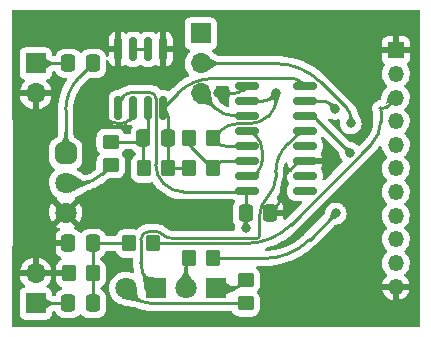
<source format=gbr>
%TF.GenerationSoftware,KiCad,Pcbnew,(6.0.6)*%
%TF.CreationDate,2022-07-12T11:31:36+01:00*%
%TF.ProjectId,c64 tape interface,63363420-7461-4706-9520-696e74657266,rev?*%
%TF.SameCoordinates,Original*%
%TF.FileFunction,Copper,L2,Bot*%
%TF.FilePolarity,Positive*%
%FSLAX46Y46*%
G04 Gerber Fmt 4.6, Leading zero omitted, Abs format (unit mm)*
G04 Created by KiCad (PCBNEW (6.0.6)) date 2022-07-12 11:31:36*
%MOMM*%
%LPD*%
G01*
G04 APERTURE LIST*
G04 Aperture macros list*
%AMRoundRect*
0 Rectangle with rounded corners*
0 $1 Rounding radius*
0 $2 $3 $4 $5 $6 $7 $8 $9 X,Y pos of 4 corners*
0 Add a 4 corners polygon primitive as box body*
4,1,4,$2,$3,$4,$5,$6,$7,$8,$9,$2,$3,0*
0 Add four circle primitives for the rounded corners*
1,1,$1+$1,$2,$3*
1,1,$1+$1,$4,$5*
1,1,$1+$1,$6,$7*
1,1,$1+$1,$8,$9*
0 Add four rect primitives between the rounded corners*
20,1,$1+$1,$2,$3,$4,$5,0*
20,1,$1+$1,$4,$5,$6,$7,0*
20,1,$1+$1,$6,$7,$8,$9,0*
20,1,$1+$1,$8,$9,$2,$3,0*%
G04 Aperture macros list end*
%TA.AperFunction,ComponentPad*%
%ADD10R,1.700000X1.700000*%
%TD*%
%TA.AperFunction,ComponentPad*%
%ADD11O,1.700000X1.700000*%
%TD*%
%TA.AperFunction,ComponentPad*%
%ADD12R,1.800000X1.800000*%
%TD*%
%TA.AperFunction,ComponentPad*%
%ADD13C,1.800000*%
%TD*%
%TA.AperFunction,ComponentPad*%
%ADD14RoundRect,0.450000X0.450000X0.450000X-0.450000X0.450000X-0.450000X-0.450000X0.450000X-0.450000X0*%
%TD*%
%TA.AperFunction,SMDPad,CuDef*%
%ADD15RoundRect,0.250000X0.350000X0.450000X-0.350000X0.450000X-0.350000X-0.450000X0.350000X-0.450000X0*%
%TD*%
%TA.AperFunction,SMDPad,CuDef*%
%ADD16RoundRect,0.250000X0.337500X0.475000X-0.337500X0.475000X-0.337500X-0.475000X0.337500X-0.475000X0*%
%TD*%
%TA.AperFunction,SMDPad,CuDef*%
%ADD17RoundRect,0.250000X-0.450000X0.350000X-0.450000X-0.350000X0.450000X-0.350000X0.450000X0.350000X0*%
%TD*%
%TA.AperFunction,SMDPad,CuDef*%
%ADD18RoundRect,0.150000X0.150000X-0.825000X0.150000X0.825000X-0.150000X0.825000X-0.150000X-0.825000X0*%
%TD*%
%TA.AperFunction,SMDPad,CuDef*%
%ADD19RoundRect,0.250000X0.450000X-0.350000X0.450000X0.350000X-0.450000X0.350000X-0.450000X-0.350000X0*%
%TD*%
%TA.AperFunction,SMDPad,CuDef*%
%ADD20RoundRect,0.250000X-0.350000X-0.450000X0.350000X-0.450000X0.350000X0.450000X-0.350000X0.450000X0*%
%TD*%
%TA.AperFunction,ComponentPad*%
%ADD21R,1.350000X1.350000*%
%TD*%
%TA.AperFunction,ComponentPad*%
%ADD22O,1.350000X1.350000*%
%TD*%
%TA.AperFunction,SMDPad,CuDef*%
%ADD23RoundRect,0.150000X-0.825000X-0.150000X0.825000X-0.150000X0.825000X0.150000X-0.825000X0.150000X0*%
%TD*%
%TA.AperFunction,SMDPad,CuDef*%
%ADD24RoundRect,0.250000X-0.337500X-0.475000X0.337500X-0.475000X0.337500X0.475000X-0.337500X0.475000X0*%
%TD*%
%TA.AperFunction,ViaPad*%
%ADD25C,0.800000*%
%TD*%
%TA.AperFunction,Conductor*%
%ADD26C,0.250000*%
%TD*%
G04 APERTURE END LIST*
D10*
%TO.P,JP1,1,1*%
%TO.N,Net-(JP1-Pad1)*%
X124460000Y-43180000D03*
D11*
%TO.P,JP1,2,2*%
%TO.N,Net-(J3-Pad5)*%
X124460000Y-45720000D03*
%TO.P,JP1,3,3*%
%TO.N,Net-(JP1-Pad3)*%
X124460000Y-48260000D03*
%TD*%
D12*
%TO.P,D1,1,K*%
%TO.N,+5V*%
X125730000Y-64770000D03*
D13*
%TO.P,D1,2,A*%
%TO.N,Net-(D1-Pad2)*%
X123190000Y-64770000D03*
%TD*%
D10*
%TO.P,J1,1,In*%
%TO.N,Net-(C1-Pad2)*%
X110490000Y-66040000D03*
D11*
%TO.P,J1,2,Ext*%
%TO.N,GND*%
X110490000Y-63500000D03*
%TD*%
D10*
%TO.P,J2,1,In*%
%TO.N,Net-(C2-Pad2)*%
X110490000Y-45720000D03*
D11*
%TO.P,J2,2,Ext*%
%TO.N,GND*%
X110490000Y-48260000D03*
%TD*%
D14*
%TO.P,RV1,1,1*%
%TO.N,Net-(C2-Pad1)*%
X113030000Y-53340000D03*
D13*
%TO.P,RV1,2,2*%
%TO.N,Net-(R2-Pad1)*%
X113030000Y-55840000D03*
%TO.P,RV1,3,3*%
%TO.N,GND*%
X113030000Y-58340000D03*
%TD*%
D12*
%TO.P,D2,1,K*%
%TO.N,Net-(D2-Pad1)*%
X120650000Y-64770000D03*
D13*
%TO.P,D2,2,A*%
%TO.N,Net-(D2-Pad2)*%
X118110000Y-64770000D03*
%TD*%
D15*
%TO.P,R6,1*%
%TO.N,Net-(R6-Pad1)*%
X125460000Y-62230000D03*
%TO.P,R6,2*%
%TO.N,Net-(D1-Pad2)*%
X123460000Y-62230000D03*
%TD*%
D16*
%TO.P,C5,1*%
%TO.N,Net-(C5-Pad1)*%
X121687500Y-52070000D03*
%TO.P,C5,2*%
%TO.N,Net-(C5-Pad2)*%
X119612500Y-52070000D03*
%TD*%
D17*
%TO.P,R7,1*%
%TO.N,+5V*%
X128270000Y-64040000D03*
%TO.P,R7,2*%
%TO.N,Net-(D2-Pad2)*%
X128270000Y-66040000D03*
%TD*%
D18*
%TO.P,U2,1*%
%TO.N,Net-(C5-Pad1)*%
X121285000Y-49465000D03*
%TO.P,U2,2,-*%
%TO.N,Net-(C5-Pad2)*%
X120015000Y-49465000D03*
%TO.P,U2,3,+*%
%TO.N,GND*%
X118745000Y-49465000D03*
%TO.P,U2,4,V-*%
%TO.N,+5V*%
X117475000Y-49465000D03*
%TO.P,U2,5,+*%
%TO.N,GND*%
X117475000Y-44515000D03*
%TO.P,U2,6,-*%
%TO.N,Net-(U2-Pad6)*%
X118745000Y-44515000D03*
%TO.P,U2,7*%
X120015000Y-44515000D03*
%TO.P,U2,8,V+*%
%TO.N,GND*%
X121285000Y-44515000D03*
%TD*%
D16*
%TO.P,C3,1*%
%TO.N,GND*%
X130345000Y-58420000D03*
%TO.P,C3,2*%
%TO.N,+5V*%
X128270000Y-58420000D03*
%TD*%
D19*
%TO.P,R2,1*%
%TO.N,Net-(R2-Pad1)*%
X116840000Y-54340000D03*
%TO.P,R2,2*%
%TO.N,Net-(C5-Pad2)*%
X116840000Y-52340000D03*
%TD*%
D20*
%TO.P,R8,1*%
%TO.N,Net-(C1-Pad1)*%
X118380000Y-60960000D03*
%TO.P,R8,2*%
%TO.N,Net-(J3-Pad3)*%
X120380000Y-60960000D03*
%TD*%
D16*
%TO.P,C2,1*%
%TO.N,Net-(C2-Pad1)*%
X115337500Y-45720000D03*
%TO.P,C2,2*%
%TO.N,Net-(C2-Pad2)*%
X113262500Y-45720000D03*
%TD*%
D21*
%TO.P,J3,1,Pin_1*%
%TO.N,GND*%
X140970000Y-44610000D03*
D22*
%TO.P,J3,2,Pin_2*%
%TO.N,unconnected-(J3-Pad2)*%
X140970000Y-46610000D03*
%TO.P,J3,3,Pin_3*%
%TO.N,Net-(J3-Pad3)*%
X140970000Y-48610000D03*
%TO.P,J3,4,Pin_4*%
%TO.N,unconnected-(J3-Pad4)*%
X140970000Y-50610000D03*
%TO.P,J3,5,Pin_5*%
%TO.N,Net-(J3-Pad5)*%
X140970000Y-52610000D03*
%TO.P,J3,6,Pin_6*%
%TO.N,unconnected-(J3-Pad6)*%
X140970000Y-54610000D03*
%TO.P,J3,7,Pin_7*%
%TO.N,Net-(J3-Pad7)*%
X140970000Y-56610000D03*
%TO.P,J3,8,Pin_8*%
%TO.N,unconnected-(J3-Pad8)*%
X140970000Y-58610000D03*
%TO.P,J3,9,Pin_9*%
%TO.N,+5V*%
X140970000Y-60610000D03*
%TO.P,J3,10,Pin_10*%
%TO.N,unconnected-(J3-Pad10)*%
X140970000Y-62610000D03*
%TO.P,J3,11,Pin_11*%
%TO.N,GND*%
X140970000Y-64610000D03*
%TD*%
D20*
%TO.P,R3,1*%
%TO.N,Net-(C5-Pad2)*%
X119650000Y-54610000D03*
%TO.P,R3,2*%
%TO.N,Net-(C5-Pad1)*%
X121650000Y-54610000D03*
%TD*%
D23*
%TO.P,U1,1,VCC*%
%TO.N,+5V*%
X128335000Y-56515000D03*
%TO.P,U1,2*%
%TO.N,Net-(U1-Pad2)*%
X128335000Y-55245000D03*
%TO.P,U1,3*%
%TO.N,Net-(R4-Pad2)*%
X128335000Y-53975000D03*
%TO.P,U1,4*%
%TO.N,Net-(JP1-Pad1)*%
X128335000Y-52705000D03*
%TO.P,U1,5*%
%TO.N,Net-(U1-Pad2)*%
X128335000Y-51435000D03*
%TO.P,U1,6*%
%TO.N,Net-(JP1-Pad3)*%
X128335000Y-50165000D03*
%TO.P,U1,7*%
%TO.N,Net-(JP1-Pad1)*%
X128335000Y-48895000D03*
%TO.P,U1,8,VSS*%
%TO.N,GND*%
X128335000Y-47625000D03*
%TO.P,U1,9*%
%TO.N,Net-(C5-Pad1)*%
X133285000Y-47625000D03*
%TO.P,U1,10*%
%TO.N,Net-(R6-Pad1)*%
X133285000Y-48895000D03*
%TO.P,U1,11*%
%TO.N,Net-(J3-Pad7)*%
X133285000Y-50165000D03*
%TO.P,U1,12*%
%TO.N,Net-(D2-Pad1)*%
X133285000Y-51435000D03*
%TO.P,U1,13*%
%TO.N,N/C*%
X133285000Y-52705000D03*
%TO.P,U1,14*%
%TO.N,GND*%
X133285000Y-53975000D03*
%TO.P,U1,15*%
%TO.N,unconnected-(U1-Pad15)*%
X133285000Y-55245000D03*
%TO.P,U1,16*%
%TO.N,N/C*%
X133285000Y-56515000D03*
%TD*%
D20*
%TO.P,R4,1*%
%TO.N,Net-(C5-Pad1)*%
X123460000Y-54610000D03*
%TO.P,R4,2*%
%TO.N,Net-(R4-Pad2)*%
X125460000Y-54610000D03*
%TD*%
D16*
%TO.P,C1,1*%
%TO.N,Net-(C1-Pad1)*%
X115337500Y-66040000D03*
%TO.P,C1,2*%
%TO.N,Net-(C1-Pad2)*%
X113262500Y-66040000D03*
%TD*%
D20*
%TO.P,R1,1*%
%TO.N,GND*%
X113300000Y-63500000D03*
%TO.P,R1,2*%
%TO.N,Net-(C1-Pad1)*%
X115300000Y-63500000D03*
%TD*%
%TO.P,R5,1*%
%TO.N,Net-(R4-Pad2)*%
X123460000Y-52070000D03*
%TO.P,R5,2*%
%TO.N,Net-(JP1-Pad1)*%
X125460000Y-52070000D03*
%TD*%
D24*
%TO.P,C4,1*%
%TO.N,GND*%
X113262500Y-60960000D03*
%TO.P,C4,2*%
%TO.N,Net-(C1-Pad1)*%
X115337500Y-60960000D03*
%TD*%
D25*
%TO.N,GND*%
X123190000Y-58420000D03*
X135255000Y-64135000D03*
X135165500Y-53975000D03*
X109855000Y-42545000D03*
X125909503Y-48260000D03*
X135890000Y-43180000D03*
X117475000Y-57785000D03*
X109855000Y-55880000D03*
%TO.N,+5V*%
X128270000Y-59690000D03*
%TO.N,Net-(J3-Pad5)*%
X137160000Y-50800000D03*
%TO.N,Net-(J3-Pad7)*%
X137121076Y-53301076D03*
%TO.N,Net-(JP1-Pad1)*%
X130810000Y-48260000D03*
%TO.N,Net-(R6-Pad1)*%
X135851076Y-49568924D03*
X135890000Y-58420000D03*
%TD*%
D26*
%TO.N,Net-(C1-Pad1)*%
X115364016Y-60960000D02*
X118380000Y-60960000D01*
X115300000Y-63473483D02*
X115300000Y-61024016D01*
X115337500Y-63564016D02*
X115337500Y-66040000D01*
X115337493Y-63564016D02*
G75*
G03*
X115318750Y-63518750I-63993J16D01*
G01*
X115318745Y-63518755D02*
G75*
G02*
X115300000Y-63473483I45255J45255D01*
G01*
X115318745Y-60978745D02*
G75*
G02*
X115364016Y-60960000I45255J-45255D01*
G01*
X115300007Y-61024016D02*
G75*
G02*
X115318750Y-60978750I63993J16D01*
G01*
%TO.N,Net-(C1-Pad2)*%
X110490000Y-66040000D02*
X113262500Y-66040000D01*
%TO.N,Net-(C2-Pad1)*%
X113030000Y-49659148D02*
X113030000Y-53340000D01*
X114183750Y-46873750D02*
X115337500Y-45720000D01*
X113030021Y-49659148D02*
G75*
G02*
X114183751Y-46873751I3939079J48D01*
G01*
%TO.N,Net-(C2-Pad2)*%
X110490000Y-45720000D02*
X113262500Y-45720000D01*
%TO.N,GND*%
X128017500Y-47942500D02*
X128335000Y-47625000D01*
X116019012Y-47810987D02*
X116824461Y-47005538D01*
X117475000Y-45435000D02*
X117475000Y-44515000D01*
X132513474Y-54176525D02*
X131987500Y-54702500D01*
X133570000Y-53975000D02*
X133000000Y-53975000D01*
X118745000Y-49815000D02*
X118745000Y-49465000D01*
X127250987Y-48260000D02*
X125909503Y-48260000D01*
X118497512Y-50412487D02*
X118427500Y-50482500D01*
X117475000Y-50800000D02*
X117660987Y-50800000D01*
X116390987Y-50350987D02*
X116019012Y-49979012D01*
X135165500Y-53975000D02*
X133570000Y-53975000D01*
X131260000Y-56857997D02*
X131260000Y-56458840D01*
X130802500Y-57962500D02*
X130345000Y-58420000D01*
X115569992Y-48895000D02*
G75*
G02*
X116019012Y-47810987I1533008J0D01*
G01*
X117660987Y-50799994D02*
G75*
G03*
X118427500Y-50482500I13J1083994D01*
G01*
X127250987Y-48259994D02*
G75*
G03*
X128017500Y-47942500I13J1083994D01*
G01*
X116019017Y-49979007D02*
G75*
G02*
X115570000Y-48895000I1083983J1084007D01*
G01*
X116824466Y-47005543D02*
G75*
G03*
X117475000Y-45435000I-1570566J1570543D01*
G01*
X132513485Y-54176536D02*
G75*
G02*
X133000000Y-53975000I486515J-486464D01*
G01*
X117475000Y-50800007D02*
G75*
G02*
X116390987Y-50350987I0J1533007D01*
G01*
X131260017Y-56458840D02*
G75*
G02*
X131987500Y-54702500I2483783J40D01*
G01*
X118497518Y-50412493D02*
G75*
G03*
X118745000Y-49815000I-597518J597493D01*
G01*
X130802501Y-57962501D02*
G75*
G03*
X131260000Y-56857997I-1104501J1104501D01*
G01*
%TO.N,+5V*%
X128302500Y-56547500D02*
X128335000Y-56515000D01*
X117475000Y-49180000D02*
X117475000Y-49465000D01*
X120650000Y-54263751D02*
X120650000Y-48657071D01*
X128224038Y-56580000D02*
X122966248Y-56580000D01*
X117676525Y-48693474D02*
X117840000Y-48530000D01*
X128270000Y-58420000D02*
X128270000Y-59690000D01*
X128270000Y-56625961D02*
X128270000Y-58420000D01*
X127905000Y-64405000D02*
X128270000Y-64040000D01*
X120157928Y-48165000D02*
X118721187Y-48165000D01*
X127023812Y-64770000D02*
X125730000Y-64770000D01*
X120157928Y-48164989D02*
G75*
G02*
X120505875Y-48309124I-28J-492111D01*
G01*
X120650011Y-48657071D02*
G75*
G03*
X120505875Y-48309124I-492111J-29D01*
G01*
X122966248Y-56580021D02*
G75*
G02*
X121328413Y-55901586I52J2316321D01*
G01*
X121328399Y-55901600D02*
G75*
G02*
X120650000Y-54263751I1637801J1637800D01*
G01*
X128269985Y-56625961D02*
G75*
G02*
X128302501Y-56547501I111015J-39D01*
G01*
X117474985Y-49180000D02*
G75*
G02*
X117676525Y-48693474I688015J0D01*
G01*
X128224038Y-56580000D02*
G75*
G02*
X128270000Y-56625961I-38J-46000D01*
G01*
X117840004Y-48530004D02*
G75*
G02*
X118721187Y-48165000I881196J-881196D01*
G01*
X128302489Y-56547489D02*
G75*
G02*
X128224038Y-56580000I-78489J78489D01*
G01*
X127023812Y-64770004D02*
G75*
G03*
X127904999Y-64404999I-12J1246204D01*
G01*
%TO.N,Net-(C5-Pad1)*%
X121687500Y-52070000D02*
X121687500Y-50152110D01*
X132967500Y-47307500D02*
X133285000Y-47625000D01*
X121687500Y-52070000D02*
X121687500Y-54545983D01*
X121676516Y-54610000D02*
X123460000Y-54610000D01*
X132200987Y-46990000D02*
X125510089Y-46990000D01*
X121486250Y-49263750D02*
X122522500Y-48227500D01*
X132200987Y-46990006D02*
G75*
G02*
X132967500Y-47307500I13J-1083994D01*
G01*
X121486250Y-49666250D02*
G75*
G02*
X121486250Y-49263750I201250J201250D01*
G01*
X121676516Y-54609960D02*
G75*
G02*
X121668750Y-54591250I-16J10960D01*
G01*
X122522503Y-48227503D02*
G75*
G02*
X125510089Y-46990000I2987597J-2987597D01*
G01*
X121668755Y-54591255D02*
G75*
G03*
X121687500Y-54545983I-45255J45255D01*
G01*
X121687495Y-50152110D02*
G75*
G03*
X121486250Y-49666250I-687095J10D01*
G01*
%TO.N,Net-(C5-Pad2)*%
X119477500Y-52205000D02*
X119747500Y-51935000D01*
X119151581Y-52340000D02*
X116840000Y-52340000D01*
X119612500Y-52260918D02*
X119612500Y-54545983D01*
X119747500Y-51935000D02*
X119813750Y-51868750D01*
X119631250Y-54591250D02*
X119650000Y-54610000D01*
X120015000Y-51382889D02*
X120015000Y-49465000D01*
X119813753Y-51868753D02*
G75*
G03*
X120015000Y-51382889I-485853J485853D01*
G01*
X119151581Y-52339992D02*
G75*
G03*
X119477500Y-52205000I19J460892D01*
G01*
X119631245Y-54591255D02*
G75*
G02*
X119612500Y-54545983I45255J45255D01*
G01*
X119612508Y-52260918D02*
G75*
G02*
X119747500Y-51935000I460892J18D01*
G01*
X119477468Y-52204968D02*
G75*
G02*
X119612500Y-52260918I55932J-55932D01*
G01*
%TO.N,Net-(D1-Pad2)*%
X123190000Y-62690918D02*
X123190000Y-64770000D01*
X123325000Y-62365000D02*
X123460000Y-62230000D01*
X123190008Y-62690918D02*
G75*
G02*
X123325000Y-62365000I460892J18D01*
G01*
%TO.N,Net-(D2-Pad1)*%
X129248986Y-60510000D02*
X121949759Y-60510000D01*
X120015000Y-64135000D02*
X120650000Y-64770000D01*
X119380000Y-62601974D02*
X119380000Y-60638032D01*
X133096624Y-51435000D02*
X133285000Y-51435000D01*
X129432500Y-60326486D02*
X129432500Y-58680866D01*
X120561586Y-59935000D02*
X120083032Y-59935000D01*
X132775047Y-51568201D02*
X131798562Y-52544686D01*
X130810000Y-54931288D02*
X130810000Y-55355287D01*
X119380013Y-60638032D02*
G75*
G02*
X119585913Y-60140913I702987J32D01*
G01*
X129378747Y-60454761D02*
G75*
G03*
X129432500Y-60325000I-129747J129761D01*
G01*
X129248986Y-60509994D02*
G75*
G03*
X129378750Y-60456250I14J183494D01*
G01*
X120014992Y-64135008D02*
G75*
G02*
X119380000Y-62601974I1533008J1533008D01*
G01*
X121949759Y-60510024D02*
G75*
G02*
X121255674Y-60222499I41J981624D01*
G01*
X119585904Y-60140904D02*
G75*
G02*
X120083032Y-59935000I497096J-497096D01*
G01*
X132775031Y-51568185D02*
G75*
G02*
X133096624Y-51435000I321569J-321615D01*
G01*
X120561586Y-59935014D02*
G75*
G02*
X121255673Y-60222500I14J-981586D01*
G01*
X130121269Y-57018096D02*
G75*
G03*
X130810000Y-55355287I-1662869J1662796D01*
G01*
X129432465Y-58680866D02*
G75*
G02*
X130121250Y-57018077I2351535J-34D01*
G01*
X130810002Y-54931288D02*
G75*
G02*
X131798563Y-52544687I3375198J-12D01*
G01*
%TO.N,Net-(D2-Pad2)*%
X120278025Y-66040000D02*
X128270000Y-66040000D01*
X118745000Y-65405000D02*
X118110000Y-64770000D01*
X120278025Y-66039989D02*
G75*
G02*
X118745000Y-65405000I-25J2167989D01*
G01*
%TO.N,Net-(J3-Pad3)*%
X128232787Y-60960000D02*
X120380000Y-60960000D01*
X140173743Y-49406256D02*
X140970000Y-48610000D01*
X138916260Y-52530490D02*
X132080543Y-59366207D01*
X139700000Y-49705000D02*
X139700000Y-50638375D01*
X139875000Y-49529995D02*
G75*
G03*
X140173743Y-49406256I0J422495D01*
G01*
X128270000Y-60959984D02*
G75*
G03*
X132117755Y-59366206I0J5441584D01*
G01*
X139700000Y-49705000D02*
G75*
G02*
X139875000Y-49530000I175000J0D01*
G01*
X138916282Y-52530512D02*
G75*
G03*
X139700000Y-50638375I-1892182J1892112D01*
G01*
%TO.N,Net-(J3-Pad5)*%
X137160000Y-50800000D02*
X137160000Y-50326624D01*
X134620543Y-47313792D02*
X136825272Y-49518521D01*
X130772787Y-45720000D02*
X124460000Y-45720000D01*
X137159991Y-50326624D02*
G75*
G03*
X136825272Y-49518521I-1142791J24D01*
G01*
X130772787Y-45720024D02*
G75*
G02*
X134620543Y-47313792I13J-5441576D01*
G01*
%TO.N,Net-(J3-Pad7)*%
X134232487Y-50412487D02*
X137121076Y-53301076D01*
X133635000Y-50165000D02*
X133285000Y-50165000D01*
X133635000Y-50165008D02*
G75*
G02*
X134232487Y-50412487I0J-844992D01*
G01*
%TO.N,Net-(JP1-Pad1)*%
X130810000Y-48895000D02*
X130810000Y-48260000D01*
X129725987Y-48895000D02*
X128335000Y-48895000D01*
X130810000Y-48260000D02*
X130492500Y-48577500D01*
X130360987Y-49979012D02*
X130175000Y-50165000D01*
X128523375Y-52705000D02*
X128146624Y-52705000D01*
X128523375Y-52705000D02*
X128711751Y-52705000D01*
X125777500Y-51752500D02*
X126095000Y-51435000D01*
X128641974Y-50800000D02*
X127628025Y-50800000D01*
X126544012Y-52705000D02*
X128146624Y-52705000D01*
X126544012Y-52704994D02*
G75*
G02*
X125777500Y-52387500I-12J1083994D01*
G01*
X128641974Y-50799989D02*
G75*
G03*
X130175000Y-50165000I26J2167989D01*
G01*
X129725987Y-48894994D02*
G75*
G03*
X130492500Y-48577500I13J1083994D01*
G01*
X125777501Y-52387499D02*
G75*
G02*
X125777501Y-51752501I317499J317499D01*
G01*
X126094992Y-51434992D02*
G75*
G02*
X127628025Y-50800000I1533008J-1533008D01*
G01*
X130360982Y-49979007D02*
G75*
G03*
X130810000Y-48895000I-1083982J1084007D01*
G01*
%TO.N,Net-(JP1-Pad3)*%
X127350000Y-50165000D02*
X128335000Y-50165000D01*
X125668499Y-49468499D02*
X124460000Y-48260000D01*
X127350000Y-50165000D02*
G75*
G02*
X125668499Y-49468499I0J2378000D01*
G01*
%TO.N,Net-(R2-Pad1)*%
X116090000Y-55090000D02*
X116840000Y-54340000D01*
X114279339Y-55840000D02*
X113030000Y-55840000D01*
X114279339Y-55840016D02*
G75*
G03*
X116090000Y-55090000I-39J2560716D01*
G01*
%TO.N,Net-(R4-Pad2)*%
X126544012Y-53975000D02*
X128335000Y-53975000D01*
X125142500Y-54292500D02*
X123650918Y-52800918D01*
X123460000Y-52340000D02*
X123460000Y-52070000D01*
X123650926Y-52800910D02*
G75*
G02*
X123460000Y-52340000I460874J460910D01*
G01*
X125777496Y-54292496D02*
G75*
G02*
X126544012Y-53975000I766504J-766504D01*
G01*
X125777499Y-54292499D02*
G75*
G02*
X125142501Y-54292499I-317499J317502D01*
G01*
%TO.N,Net-(R6-Pad1)*%
X135514114Y-49231962D02*
X135851076Y-49568924D01*
X135890000Y-58420000D02*
X133673792Y-60636207D01*
X129826036Y-62230000D02*
X125460000Y-62230000D01*
X134700615Y-48895000D02*
X133285000Y-48895000D01*
X134700615Y-48895001D02*
G75*
G02*
X135514114Y-49231962I-15J-1150499D01*
G01*
X129826036Y-62230010D02*
G75*
G03*
X133673792Y-60636207I-36J5441610D01*
G01*
%TO.N,Net-(U1-Pad2)*%
X129635000Y-53011084D02*
X129635000Y-53998812D01*
X128523375Y-51435000D02*
X128335000Y-51435000D01*
X128620000Y-55245000D02*
X128335000Y-55245000D01*
X129173375Y-51896624D02*
X128844952Y-51568201D01*
X129106525Y-55043474D02*
X129270000Y-54880000D01*
X129269996Y-54879996D02*
G75*
G03*
X129635000Y-53998812I-881196J881196D01*
G01*
X129635006Y-53011084D02*
G75*
G03*
X129173375Y-51896624I-1576106J-16D01*
G01*
X128523375Y-51435024D02*
G75*
G02*
X128844952Y-51568201I25J-454776D01*
G01*
X128620000Y-55244984D02*
G75*
G03*
X129106524Y-55043473I0J688084D01*
G01*
%TO.N,Net-(U2-Pad6)*%
X118745000Y-44515000D02*
X120015000Y-44515000D01*
%TD*%
%TA.AperFunction,Conductor*%
%TO.N,Net-(R2-Pad1)*%
G36*
X113429816Y-55034068D02*
G01*
X113618727Y-55136311D01*
X113619493Y-55136765D01*
X113789896Y-55246551D01*
X113790299Y-55246824D01*
X113942694Y-55354728D01*
X114084282Y-55454862D01*
X114222284Y-55541313D01*
X114364111Y-55608303D01*
X114364601Y-55608437D01*
X114364602Y-55608437D01*
X114461006Y-55634733D01*
X114517174Y-55650054D01*
X114625483Y-55656826D01*
X114688319Y-55660755D01*
X114688322Y-55660755D01*
X114688883Y-55660790D01*
X114797729Y-55646449D01*
X114886190Y-55634794D01*
X114886195Y-55634793D01*
X114886650Y-55634733D01*
X114975255Y-55608437D01*
X115107354Y-55569233D01*
X115116260Y-55570164D01*
X115121668Y-55576421D01*
X115199970Y-55789952D01*
X115199601Y-55798899D01*
X115193128Y-55804921D01*
X114950123Y-55896895D01*
X114738246Y-55983104D01*
X114738181Y-55983133D01*
X114738154Y-55983144D01*
X114558966Y-56062188D01*
X114558896Y-56062219D01*
X114558815Y-56062258D01*
X114558808Y-56062261D01*
X114402755Y-56136957D01*
X114402734Y-56136967D01*
X114402645Y-56137010D01*
X114402566Y-56137051D01*
X114402549Y-56137059D01*
X114260067Y-56210245D01*
X114121734Y-56284693D01*
X113978218Y-56363123D01*
X113820152Y-56448273D01*
X113820045Y-56448329D01*
X113723977Y-56498273D01*
X113637992Y-56542975D01*
X113637861Y-56543042D01*
X113429674Y-56646341D01*
X113420741Y-56646948D01*
X113416365Y-56644293D01*
X113311095Y-56543059D01*
X112588769Y-55848433D01*
X112585181Y-55840229D01*
X112588769Y-55831567D01*
X113416139Y-55035925D01*
X113424477Y-55032660D01*
X113429816Y-55034068D01*
G37*
%TD.AperFunction*%
%TD*%
%TA.AperFunction,Conductor*%
%TO.N,Net-(J3-Pad3)*%
G36*
X139667016Y-49318480D02*
G01*
X139768997Y-49399861D01*
X139770305Y-49400149D01*
X139770307Y-49400150D01*
X139839419Y-49415367D01*
X139859973Y-49419892D01*
X139867316Y-49425017D01*
X139868883Y-49433834D01*
X139865417Y-49439893D01*
X139797721Y-49502727D01*
X139795316Y-49504448D01*
X139696134Y-49557887D01*
X139690531Y-49559287D01*
X139590929Y-49558835D01*
X139584397Y-49556806D01*
X139489604Y-49492267D01*
X139484694Y-49484779D01*
X139486518Y-49476011D01*
X139488141Y-49474104D01*
X139651672Y-49319134D01*
X139660034Y-49315930D01*
X139667016Y-49318480D01*
G37*
%TD.AperFunction*%
%TA.AperFunction,Conductor*%
G36*
X141187178Y-48375200D02*
G01*
X141190766Y-48383404D01*
X141187192Y-48392052D01*
X140517838Y-49037840D01*
X140486667Y-49067914D01*
X140478333Y-49071192D01*
X140472282Y-49069378D01*
X140397868Y-49022244D01*
X140382637Y-49012597D01*
X140286079Y-49022244D01*
X140189818Y-49085040D01*
X140189378Y-49085486D01*
X140113648Y-49162179D01*
X140105397Y-49165658D01*
X140097102Y-49162283D01*
X140093623Y-49154032D01*
X140094403Y-49149758D01*
X140119425Y-49084698D01*
X140137510Y-49037674D01*
X140142130Y-49023013D01*
X140188644Y-48875377D01*
X140188651Y-48875354D01*
X140188683Y-48875252D01*
X140236915Y-48706228D01*
X140284120Y-48540777D01*
X140284218Y-48540453D01*
X140329849Y-48396481D01*
X140335615Y-48389630D01*
X140340773Y-48388318D01*
X141178839Y-48371935D01*
X141187178Y-48375200D01*
G37*
%TD.AperFunction*%
%TD*%
%TA.AperFunction,Conductor*%
%TO.N,+5V*%
G36*
X126129838Y-63964139D02*
G01*
X126314292Y-64065426D01*
X126315064Y-64065891D01*
X126490410Y-64180836D01*
X126490765Y-64181077D01*
X126653908Y-64296917D01*
X126808413Y-64404438D01*
X126808555Y-64404523D01*
X126808565Y-64404530D01*
X126932973Y-64479430D01*
X126957947Y-64494466D01*
X127062931Y-64539374D01*
X127105736Y-64557684D01*
X127105738Y-64557685D01*
X127106335Y-64557940D01*
X127257404Y-64585801D01*
X127258248Y-64585711D01*
X127414130Y-64569079D01*
X127414132Y-64569078D01*
X127414980Y-64568988D01*
X127582890Y-64498440D01*
X127711394Y-64404329D01*
X127756335Y-64371416D01*
X127765034Y-64369292D01*
X127772027Y-64373121D01*
X127799617Y-64404438D01*
X127922140Y-64543516D01*
X127925038Y-64551988D01*
X127920706Y-64560356D01*
X127910002Y-64568988D01*
X127734710Y-64710351D01*
X127733793Y-64711021D01*
X127557608Y-64826808D01*
X127556601Y-64827399D01*
X127395148Y-64911568D01*
X127394212Y-64912004D01*
X127243185Y-64974489D01*
X127242575Y-64974722D01*
X127097566Y-65025438D01*
X127097477Y-65025468D01*
X126954812Y-65074091D01*
X126954654Y-65074145D01*
X126810039Y-65130612D01*
X126809822Y-65130719D01*
X126809815Y-65130722D01*
X126742550Y-65163859D01*
X126659617Y-65204713D01*
X126659363Y-65204874D01*
X126659354Y-65204879D01*
X126559651Y-65268066D01*
X126499283Y-65306323D01*
X126499040Y-65306517D01*
X126331512Y-65440072D01*
X126322907Y-65442549D01*
X126317868Y-65440749D01*
X125292408Y-64778019D01*
X125287320Y-64770651D01*
X125288933Y-64761842D01*
X125290649Y-64759760D01*
X126012186Y-64065891D01*
X126116099Y-63965963D01*
X126124438Y-63962698D01*
X126129838Y-63964139D01*
G37*
%TD.AperFunction*%
%TD*%
%TA.AperFunction,Conductor*%
%TO.N,Net-(C2-Pad2)*%
G36*
X110868034Y-44959102D02*
G01*
X111018744Y-45041224D01*
X111019663Y-45041781D01*
X111150713Y-45129682D01*
X111151357Y-45130149D01*
X111231073Y-45192172D01*
X111263688Y-45217548D01*
X111263984Y-45217786D01*
X111365455Y-45302167D01*
X111463741Y-45380804D01*
X111566548Y-45450978D01*
X111681726Y-45510085D01*
X111752846Y-45533953D01*
X111816721Y-45555390D01*
X111816724Y-45555391D01*
X111817127Y-45555526D01*
X111926165Y-45574983D01*
X111980241Y-45584633D01*
X111980245Y-45584633D01*
X111980601Y-45584697D01*
X111980969Y-45584716D01*
X112168904Y-45594427D01*
X112176989Y-45598276D01*
X112180000Y-45606111D01*
X112180000Y-45833889D01*
X112176573Y-45842162D01*
X112168904Y-45845573D01*
X111989259Y-45854855D01*
X111980601Y-45855302D01*
X111980245Y-45855366D01*
X111980241Y-45855366D01*
X111926165Y-45865016D01*
X111817127Y-45884473D01*
X111816724Y-45884608D01*
X111816721Y-45884609D01*
X111752846Y-45906046D01*
X111681726Y-45929914D01*
X111566548Y-45989021D01*
X111463741Y-46059195D01*
X111365455Y-46137832D01*
X111365417Y-46137864D01*
X111263984Y-46222213D01*
X111263688Y-46222451D01*
X111151357Y-46309850D01*
X111150713Y-46310317D01*
X111049073Y-46378492D01*
X111019663Y-46398218D01*
X111018744Y-46398775D01*
X110871413Y-46479057D01*
X110868034Y-46480898D01*
X110859130Y-46481847D01*
X110854326Y-46479057D01*
X110587487Y-46222451D01*
X110073769Y-45728433D01*
X110070181Y-45720229D01*
X110073769Y-45711567D01*
X110183431Y-45606111D01*
X110854326Y-44960943D01*
X110862665Y-44957678D01*
X110868034Y-44959102D01*
G37*
%TD.AperFunction*%
%TD*%
%TA.AperFunction,Conductor*%
%TO.N,Net-(R6-Pad1)*%
G36*
X135251825Y-48895177D02*
G01*
X135341292Y-48936834D01*
X135426414Y-48975859D01*
X135500042Y-49008784D01*
X135500090Y-49008805D01*
X135565547Y-49037040D01*
X135565682Y-49037097D01*
X135626523Y-49062155D01*
X135626548Y-49062165D01*
X135626565Y-49062172D01*
X135686336Y-49085554D01*
X135748361Y-49108676D01*
X135816080Y-49132997D01*
X135816113Y-49133009D01*
X135892929Y-49159978D01*
X135974651Y-49188402D01*
X135981339Y-49194357D01*
X135982505Y-49199224D01*
X135992259Y-49698180D01*
X135988994Y-49706519D01*
X135980332Y-49710107D01*
X135481693Y-49700359D01*
X135473489Y-49696771D01*
X135470740Y-49692103D01*
X135449132Y-49621894D01*
X135448954Y-49621250D01*
X135431133Y-49548896D01*
X135431065Y-49548608D01*
X135416249Y-49481141D01*
X135401413Y-49418567D01*
X135401369Y-49418381D01*
X135383309Y-49359967D01*
X135383166Y-49359648D01*
X135383163Y-49359639D01*
X135359121Y-49305870D01*
X135359120Y-49305867D01*
X135358924Y-49305430D01*
X135325071Y-49254302D01*
X135278606Y-49206113D01*
X135216388Y-49160395D01*
X135198840Y-49150937D01*
X135145005Y-49121923D01*
X135139348Y-49114982D01*
X135139959Y-49106665D01*
X135185766Y-49008784D01*
X135236289Y-48900825D01*
X135242900Y-48894784D01*
X135251825Y-48895177D01*
G37*
%TD.AperFunction*%
%TD*%
%TA.AperFunction,Conductor*%
%TO.N,Net-(D2-Pad1)*%
G36*
X119638924Y-63336607D02*
G01*
X119644716Y-63342254D01*
X119722794Y-63505957D01*
X119817020Y-63630582D01*
X119922431Y-63715131D01*
X119923089Y-63715432D01*
X119923092Y-63715434D01*
X120005584Y-63753196D01*
X120038714Y-63768362D01*
X120039257Y-63768493D01*
X120039262Y-63768495D01*
X120100876Y-63783393D01*
X120165558Y-63799034D01*
X120165897Y-63799076D01*
X120165904Y-63799077D01*
X120302502Y-63815885D01*
X120302517Y-63815887D01*
X120302651Y-63815903D01*
X120302790Y-63815914D01*
X120302798Y-63815915D01*
X120384201Y-63822462D01*
X120449567Y-63827720D01*
X120449753Y-63827736D01*
X120483890Y-63831122D01*
X120605941Y-63843229D01*
X120606733Y-63843335D01*
X120702475Y-63859492D01*
X120771698Y-63871174D01*
X120772906Y-63871445D01*
X120938907Y-63918160D01*
X120945943Y-63923700D01*
X120947436Y-63929221D01*
X120955711Y-64408080D01*
X120966976Y-65060004D01*
X120967265Y-65076755D01*
X120963982Y-65085086D01*
X120955313Y-65088654D01*
X119807553Y-65063610D01*
X119799357Y-65060004D01*
X119796653Y-65055438D01*
X119737336Y-64867707D01*
X119737155Y-64867073D01*
X119694010Y-64697896D01*
X119693869Y-64697272D01*
X119664211Y-64547078D01*
X119664125Y-64546587D01*
X119642852Y-64408080D01*
X119642820Y-64407859D01*
X119624845Y-64273771D01*
X119605118Y-64137221D01*
X119605100Y-64137095D01*
X119578500Y-63990749D01*
X119539947Y-63827554D01*
X119484344Y-63640327D01*
X119410423Y-63432653D01*
X119410878Y-63423711D01*
X119417262Y-63417805D01*
X119514861Y-63380437D01*
X119629973Y-63336364D01*
X119638924Y-63336607D01*
G37*
%TD.AperFunction*%
%TD*%
%TA.AperFunction,Conductor*%
%TO.N,Net-(JP1-Pad1)*%
G36*
X130947595Y-48122082D02*
G01*
X130951183Y-48130744D01*
X130951064Y-48136857D01*
X130941270Y-48637846D01*
X130854238Y-48667913D01*
X130779315Y-48693631D01*
X130713158Y-48716448D01*
X130652430Y-48737813D01*
X130593788Y-48759176D01*
X130533894Y-48781987D01*
X130469408Y-48807694D01*
X130396988Y-48837747D01*
X130313297Y-48873596D01*
X130225673Y-48912008D01*
X130216721Y-48912191D01*
X130210276Y-48906024D01*
X130180081Y-48837747D01*
X130118334Y-48698126D01*
X130118122Y-48689174D01*
X130123665Y-48682998D01*
X130191863Y-48647778D01*
X130251318Y-48604842D01*
X130295346Y-48558935D01*
X130295653Y-48558459D01*
X130326780Y-48510172D01*
X130326783Y-48510166D01*
X130327050Y-48509752D01*
X130349530Y-48456988D01*
X130365889Y-48400336D01*
X130365925Y-48400171D01*
X130365929Y-48400156D01*
X130379230Y-48339490D01*
X130379242Y-48339434D01*
X130392621Y-48274295D01*
X130392697Y-48273954D01*
X130393407Y-48270957D01*
X130409175Y-48204350D01*
X130409363Y-48203653D01*
X130429682Y-48136857D01*
X130435369Y-48129939D01*
X130440647Y-48128564D01*
X130455383Y-48128276D01*
X130749878Y-48122519D01*
X130867903Y-48120212D01*
X130911742Y-48119355D01*
X130939256Y-48118817D01*
X130947595Y-48122082D01*
G37*
%TD.AperFunction*%
%TD*%
%TA.AperFunction,Conductor*%
%TO.N,Net-(R6-Pad1)*%
G36*
X136027595Y-58282082D02*
G01*
X136031183Y-58290744D01*
X136021434Y-58789443D01*
X136017846Y-58797647D01*
X136013253Y-58800373D01*
X135946367Y-58821457D01*
X135945811Y-58821617D01*
X135879130Y-58838906D01*
X135878797Y-58838987D01*
X135818089Y-58852699D01*
X135818089Y-58852698D01*
X135818085Y-58852700D01*
X135761745Y-58865407D01*
X135708153Y-58879706D01*
X135707934Y-58879783D01*
X135707931Y-58879784D01*
X135655844Y-58898118D01*
X135655836Y-58898121D01*
X135655550Y-58898222D01*
X135602175Y-58923583D01*
X135601897Y-58923756D01*
X135601890Y-58923760D01*
X135546525Y-58958251D01*
X135546262Y-58958415D01*
X135546024Y-58958601D01*
X135546019Y-58958604D01*
X135486243Y-59005195D01*
X135486236Y-59005201D01*
X135486050Y-59005346D01*
X135456807Y-59032551D01*
X135428037Y-59059315D01*
X135419646Y-59062441D01*
X135411795Y-59059022D01*
X135250977Y-58898204D01*
X135247550Y-58889931D01*
X135250683Y-58881964D01*
X135304653Y-58823949D01*
X135304798Y-58823763D01*
X135304804Y-58823756D01*
X135351395Y-58763980D01*
X135351398Y-58763975D01*
X135351584Y-58763737D01*
X135351748Y-58763474D01*
X135386239Y-58708109D01*
X135386243Y-58708102D01*
X135386416Y-58707824D01*
X135411777Y-58654449D01*
X135411878Y-58654163D01*
X135411881Y-58654155D01*
X135430215Y-58602068D01*
X135430216Y-58602065D01*
X135430293Y-58601846D01*
X135444592Y-58548254D01*
X135457299Y-58491914D01*
X135457302Y-58491910D01*
X135457300Y-58491910D01*
X135471012Y-58431202D01*
X135471100Y-58430843D01*
X135488375Y-58364218D01*
X135488541Y-58363637D01*
X135509627Y-58296746D01*
X135515383Y-58289886D01*
X135520557Y-58288566D01*
X136019256Y-58278817D01*
X136027595Y-58282082D01*
G37*
%TD.AperFunction*%
%TD*%
%TA.AperFunction,Conductor*%
%TO.N,Net-(C1-Pad2)*%
G36*
X110868034Y-65279102D02*
G01*
X111018744Y-65361224D01*
X111019663Y-65361781D01*
X111150713Y-65449682D01*
X111151357Y-65450149D01*
X111231073Y-65512172D01*
X111263688Y-65537548D01*
X111263984Y-65537786D01*
X111365455Y-65622167D01*
X111463741Y-65700804D01*
X111566548Y-65770978D01*
X111681726Y-65830085D01*
X111752846Y-65853953D01*
X111816721Y-65875390D01*
X111816724Y-65875391D01*
X111817127Y-65875526D01*
X111926165Y-65894983D01*
X111980241Y-65904633D01*
X111980245Y-65904633D01*
X111980601Y-65904697D01*
X111980969Y-65904716D01*
X112168904Y-65914427D01*
X112176989Y-65918276D01*
X112180000Y-65926111D01*
X112180000Y-66153889D01*
X112176573Y-66162162D01*
X112168904Y-66165573D01*
X111989259Y-66174855D01*
X111980601Y-66175302D01*
X111980245Y-66175366D01*
X111980241Y-66175366D01*
X111926165Y-66185016D01*
X111817127Y-66204473D01*
X111816724Y-66204608D01*
X111816721Y-66204609D01*
X111752846Y-66226046D01*
X111681726Y-66249914D01*
X111566548Y-66309021D01*
X111463741Y-66379195D01*
X111365455Y-66457832D01*
X111365417Y-66457864D01*
X111263984Y-66542213D01*
X111263688Y-66542451D01*
X111151357Y-66629850D01*
X111150713Y-66630317D01*
X111049073Y-66698491D01*
X111019663Y-66718218D01*
X111018744Y-66718775D01*
X110871413Y-66799057D01*
X110868034Y-66800898D01*
X110859130Y-66801847D01*
X110854326Y-66799057D01*
X110587487Y-66542451D01*
X110073769Y-66048433D01*
X110070181Y-66040229D01*
X110073769Y-66031567D01*
X110183431Y-65926111D01*
X110854326Y-65280943D01*
X110862665Y-65277678D01*
X110868034Y-65279102D01*
G37*
%TD.AperFunction*%
%TD*%
%TA.AperFunction,Conductor*%
%TO.N,+5V*%
G36*
X128391988Y-58903427D02*
G01*
X128395407Y-58911278D01*
X128398266Y-58990461D01*
X128407658Y-59066222D01*
X128422564Y-59130389D01*
X128442374Y-59186064D01*
X128466476Y-59236352D01*
X128494261Y-59284359D01*
X128494304Y-59284427D01*
X128494310Y-59284437D01*
X128525116Y-59333187D01*
X128525118Y-59333190D01*
X128558320Y-59385763D01*
X128558513Y-59386078D01*
X128593443Y-59445465D01*
X128593736Y-59445994D01*
X128626119Y-59508191D01*
X128626900Y-59517112D01*
X128624175Y-59521702D01*
X128278433Y-59881231D01*
X128270229Y-59884819D01*
X128261567Y-59881231D01*
X127915826Y-59521703D01*
X127912561Y-59513364D01*
X127913881Y-59508190D01*
X127946263Y-59445994D01*
X127946556Y-59445465D01*
X127981486Y-59386078D01*
X127981679Y-59385763D01*
X128014881Y-59333190D01*
X128014884Y-59333188D01*
X128014883Y-59333187D01*
X128045689Y-59284437D01*
X128045695Y-59284427D01*
X128045738Y-59284359D01*
X128073523Y-59236352D01*
X128097625Y-59186064D01*
X128117435Y-59130389D01*
X128132341Y-59066222D01*
X128141733Y-58990461D01*
X128144593Y-58911278D01*
X128148316Y-58903134D01*
X128156285Y-58900000D01*
X128383715Y-58900000D01*
X128391988Y-58903427D01*
G37*
%TD.AperFunction*%
%TD*%
%TA.AperFunction,Conductor*%
%TO.N,Net-(JP1-Pad1)*%
G36*
X130818433Y-48068769D02*
G01*
X130866208Y-48118450D01*
X130866209Y-48118450D01*
X131161941Y-48425974D01*
X131164411Y-48428543D01*
X131167676Y-48436882D01*
X131166559Y-48441646D01*
X131164674Y-48445641D01*
X131122795Y-48534392D01*
X131084441Y-48621436D01*
X131053125Y-48699425D01*
X131027038Y-48772299D01*
X131004367Y-48843996D01*
X130983301Y-48918457D01*
X130962031Y-48999621D01*
X130962018Y-48999671D01*
X130938747Y-49091414D01*
X130938744Y-49091427D01*
X130911630Y-49197814D01*
X130911620Y-49197812D01*
X130911610Y-49197889D01*
X130895028Y-49261130D01*
X130881859Y-49311354D01*
X130876446Y-49318487D01*
X130867524Y-49319690D01*
X130648203Y-49261130D01*
X130641094Y-49255685D01*
X130639805Y-49247262D01*
X130662766Y-49145025D01*
X130662767Y-49145019D01*
X130662827Y-49144752D01*
X130669367Y-49091427D01*
X130674770Y-49047368D01*
X130674770Y-49047362D01*
X130674814Y-49047006D01*
X130674678Y-48961684D01*
X130663797Y-48885476D01*
X130643548Y-48815074D01*
X130615309Y-48747169D01*
X130580458Y-48678454D01*
X130540371Y-48605618D01*
X130496426Y-48525355D01*
X130450000Y-48434355D01*
X130801567Y-48068769D01*
X130809771Y-48065181D01*
X130818433Y-48068769D01*
G37*
%TD.AperFunction*%
%TD*%
%TA.AperFunction,Conductor*%
%TO.N,Net-(J3-Pad7)*%
G36*
X136659113Y-52661761D02*
G01*
X136689888Y-52690390D01*
X136717126Y-52715729D01*
X136717312Y-52715874D01*
X136717319Y-52715880D01*
X136777095Y-52762471D01*
X136777100Y-52762474D01*
X136777338Y-52762660D01*
X136777599Y-52762823D01*
X136777601Y-52762824D01*
X136832966Y-52797315D01*
X136832973Y-52797319D01*
X136833251Y-52797492D01*
X136886626Y-52822853D01*
X136886912Y-52822954D01*
X136886920Y-52822957D01*
X136939007Y-52841291D01*
X136939229Y-52841369D01*
X136992821Y-52855668D01*
X137049161Y-52868375D01*
X137049165Y-52868378D01*
X137049165Y-52868376D01*
X137109873Y-52882088D01*
X137110232Y-52882176D01*
X137176857Y-52899451D01*
X137177438Y-52899617D01*
X137244330Y-52920703D01*
X137251190Y-52926459D01*
X137252510Y-52931633D01*
X137262259Y-53430332D01*
X137258994Y-53438671D01*
X137250332Y-53442259D01*
X136751633Y-53432510D01*
X136743429Y-53428922D01*
X136740703Y-53424330D01*
X136719617Y-53357438D01*
X136719451Y-53356857D01*
X136702176Y-53290232D01*
X136702088Y-53289873D01*
X136688376Y-53229165D01*
X136688377Y-53229165D01*
X136688375Y-53229161D01*
X136675699Y-53172959D01*
X136675668Y-53172821D01*
X136661369Y-53119229D01*
X136661291Y-53119007D01*
X136642957Y-53066920D01*
X136642954Y-53066912D01*
X136642853Y-53066626D01*
X136617492Y-53013251D01*
X136617319Y-53012973D01*
X136617315Y-53012966D01*
X136582824Y-52957601D01*
X136582823Y-52957599D01*
X136582660Y-52957338D01*
X136558592Y-52926459D01*
X136535880Y-52897319D01*
X136535874Y-52897312D01*
X136535729Y-52897126D01*
X136497161Y-52855668D01*
X136481761Y-52839113D01*
X136478635Y-52830722D01*
X136482054Y-52822871D01*
X136642871Y-52662054D01*
X136651144Y-52658627D01*
X136659113Y-52661761D01*
G37*
%TD.AperFunction*%
%TD*%
%TA.AperFunction,Conductor*%
%TO.N,Net-(JP1-Pad3)*%
G36*
X124493149Y-47966003D02*
G01*
X125254354Y-47980883D01*
X125262557Y-47984471D01*
X125265347Y-47989275D01*
X125313845Y-48153912D01*
X125314101Y-48154956D01*
X125315857Y-48163867D01*
X125315978Y-48167656D01*
X125303821Y-48260000D01*
X125324459Y-48416762D01*
X125324754Y-48417474D01*
X125368371Y-48522775D01*
X125369213Y-48526181D01*
X125374492Y-48583588D01*
X125388386Y-48708691D01*
X125411461Y-48831006D01*
X125451109Y-48954245D01*
X125483073Y-49018499D01*
X125514523Y-49081722D01*
X125514526Y-49081727D01*
X125514721Y-49082119D01*
X125609686Y-49218340D01*
X125609931Y-49218611D01*
X125609932Y-49218613D01*
X125735957Y-49358370D01*
X125738952Y-49366809D01*
X125735541Y-49374478D01*
X125574478Y-49535541D01*
X125566205Y-49538968D01*
X125558370Y-49535957D01*
X125418613Y-49409932D01*
X125418611Y-49409931D01*
X125418340Y-49409686D01*
X125282119Y-49314721D01*
X125281727Y-49314526D01*
X125281722Y-49314523D01*
X125218499Y-49283073D01*
X125154245Y-49251109D01*
X125053237Y-49218613D01*
X125031349Y-49211571D01*
X125031344Y-49211570D01*
X125031006Y-49211461D01*
X124941248Y-49194528D01*
X124908909Y-49188427D01*
X124908906Y-49188426D01*
X124908691Y-49188386D01*
X124908487Y-49188363D01*
X124908478Y-49188362D01*
X124783615Y-49174495D01*
X124783588Y-49174492D01*
X124706979Y-49167447D01*
X124652172Y-49162407D01*
X124651794Y-49162366D01*
X124510571Y-49144739D01*
X124509758Y-49144608D01*
X124354956Y-49114101D01*
X124353912Y-49113845D01*
X124247437Y-49082480D01*
X124189274Y-49065346D01*
X124182307Y-49059722D01*
X124180883Y-49054353D01*
X124171681Y-48583588D01*
X124163281Y-48153912D01*
X124159718Y-47971645D01*
X124162983Y-47963306D01*
X124171645Y-47959718D01*
X124493149Y-47966003D01*
G37*
%TD.AperFunction*%
%TD*%
%TA.AperFunction,Conductor*%
%TO.N,Net-(D1-Pad2)*%
G36*
X123312170Y-62983427D02*
G01*
X123315581Y-62991088D01*
X123326084Y-63191538D01*
X123357455Y-63364781D01*
X123406289Y-63508108D01*
X123406496Y-63508504D01*
X123406498Y-63508510D01*
X123436903Y-63566848D01*
X123469765Y-63629901D01*
X123545059Y-63738537D01*
X123545188Y-63738696D01*
X123545194Y-63738704D01*
X123629348Y-63842399D01*
X123719701Y-63949738D01*
X123719919Y-63950006D01*
X123770148Y-64013964D01*
X123813358Y-64068986D01*
X123813855Y-64069668D01*
X123907652Y-64208682D01*
X123908222Y-64209619D01*
X123995888Y-64370169D01*
X123996845Y-64379072D01*
X123994053Y-64383884D01*
X123198433Y-65211231D01*
X123190229Y-65214819D01*
X123181567Y-65211231D01*
X122385947Y-64383885D01*
X122382683Y-64375547D01*
X122384112Y-64370169D01*
X122471777Y-64209619D01*
X122472347Y-64208682D01*
X122566144Y-64069668D01*
X122566641Y-64068986D01*
X122609851Y-64013964D01*
X122660080Y-63950006D01*
X122660298Y-63949738D01*
X122750651Y-63842399D01*
X122834805Y-63738704D01*
X122834811Y-63738696D01*
X122834940Y-63738537D01*
X122910234Y-63629901D01*
X122943096Y-63566848D01*
X122973501Y-63508510D01*
X122973503Y-63508504D01*
X122973710Y-63508108D01*
X123022544Y-63364781D01*
X123053915Y-63191538D01*
X123064419Y-62991088D01*
X123068274Y-62983005D01*
X123076103Y-62980000D01*
X123303897Y-62980000D01*
X123312170Y-62983427D01*
G37*
%TD.AperFunction*%
%TD*%
%TA.AperFunction,Conductor*%
%TO.N,Net-(D2-Pad2)*%
G36*
X118176972Y-64459193D02*
G01*
X118950779Y-64472564D01*
X118958992Y-64476133D01*
X118961840Y-64481093D01*
X119008552Y-64647085D01*
X119008826Y-64648307D01*
X119036665Y-64813264D01*
X119036771Y-64814056D01*
X119052264Y-64970232D01*
X119052281Y-64970429D01*
X119064098Y-65117344D01*
X119080969Y-65254437D01*
X119111642Y-65381280D01*
X119164875Y-65497562D01*
X119249424Y-65602971D01*
X119250002Y-65603408D01*
X119250003Y-65603409D01*
X119323816Y-65659217D01*
X119374049Y-65697197D01*
X119434580Y-65726067D01*
X119537753Y-65775275D01*
X119543745Y-65781929D01*
X119543643Y-65790018D01*
X119509175Y-65880044D01*
X119487866Y-65935701D01*
X119462203Y-66002728D01*
X119456044Y-66009229D01*
X119447354Y-66009568D01*
X119239678Y-65935647D01*
X119052451Y-65880044D01*
X118889254Y-65841493D01*
X118889116Y-65841468D01*
X118889102Y-65841465D01*
X118743057Y-65814921D01*
X118743053Y-65814920D01*
X118742908Y-65814894D01*
X118606231Y-65795150D01*
X118606226Y-65795149D01*
X118472150Y-65777177D01*
X118471928Y-65777145D01*
X118333414Y-65755873D01*
X118332923Y-65755787D01*
X118182728Y-65726129D01*
X118182104Y-65725988D01*
X118069208Y-65697197D01*
X118012921Y-65682843D01*
X118012297Y-65682664D01*
X117933930Y-65657903D01*
X117824562Y-65623347D01*
X117817706Y-65617587D01*
X117816390Y-65612446D01*
X117808586Y-65254774D01*
X117791346Y-64464687D01*
X117794591Y-64456342D01*
X117803245Y-64452735D01*
X118176972Y-64459193D01*
G37*
%TD.AperFunction*%
%TD*%
%TA.AperFunction,Conductor*%
%TO.N,Net-(C2-Pad1)*%
G36*
X113152170Y-51553427D02*
G01*
X113155581Y-51561088D01*
X113166084Y-51761538D01*
X113197455Y-51934781D01*
X113246289Y-52078108D01*
X113246496Y-52078504D01*
X113246498Y-52078510D01*
X113276903Y-52136848D01*
X113309765Y-52199901D01*
X113385059Y-52308537D01*
X113385188Y-52308696D01*
X113385194Y-52308704D01*
X113469348Y-52412399D01*
X113559701Y-52519738D01*
X113559919Y-52520006D01*
X113610148Y-52583964D01*
X113653358Y-52638986D01*
X113653855Y-52639668D01*
X113747652Y-52778682D01*
X113748222Y-52779619D01*
X113835888Y-52940169D01*
X113836845Y-52949072D01*
X113834053Y-52953884D01*
X113038433Y-53781231D01*
X113030229Y-53784819D01*
X113021567Y-53781231D01*
X112225947Y-52953885D01*
X112222683Y-52945547D01*
X112224112Y-52940169D01*
X112311777Y-52779619D01*
X112312347Y-52778682D01*
X112406144Y-52639668D01*
X112406641Y-52638986D01*
X112449851Y-52583964D01*
X112500080Y-52520006D01*
X112500298Y-52519738D01*
X112590651Y-52412399D01*
X112674805Y-52308704D01*
X112674811Y-52308696D01*
X112674940Y-52308537D01*
X112750234Y-52199901D01*
X112783096Y-52136848D01*
X112813501Y-52078510D01*
X112813503Y-52078504D01*
X112813710Y-52078108D01*
X112862544Y-51934781D01*
X112893915Y-51761538D01*
X112904419Y-51561088D01*
X112908274Y-51553005D01*
X112916103Y-51550000D01*
X113143897Y-51550000D01*
X113152170Y-51553427D01*
G37*
%TD.AperFunction*%
%TD*%
%TA.AperFunction,Conductor*%
%TO.N,Net-(J3-Pad5)*%
G36*
X124838034Y-44959102D02*
G01*
X124988744Y-45041224D01*
X124989663Y-45041781D01*
X125120713Y-45129682D01*
X125121357Y-45130149D01*
X125201073Y-45192172D01*
X125233688Y-45217548D01*
X125233984Y-45217786D01*
X125335455Y-45302167D01*
X125433741Y-45380804D01*
X125536548Y-45450978D01*
X125651726Y-45510085D01*
X125722846Y-45533953D01*
X125786721Y-45555390D01*
X125786724Y-45555391D01*
X125787127Y-45555526D01*
X125896165Y-45574983D01*
X125950241Y-45584633D01*
X125950245Y-45584633D01*
X125950601Y-45584697D01*
X125950969Y-45584716D01*
X126138904Y-45594427D01*
X126146989Y-45598276D01*
X126150000Y-45606111D01*
X126150000Y-45833889D01*
X126146573Y-45842162D01*
X126138904Y-45845573D01*
X125959259Y-45854855D01*
X125950601Y-45855302D01*
X125950245Y-45855366D01*
X125950241Y-45855366D01*
X125896165Y-45865016D01*
X125787127Y-45884473D01*
X125786724Y-45884608D01*
X125786721Y-45884609D01*
X125722846Y-45906046D01*
X125651726Y-45929914D01*
X125536548Y-45989021D01*
X125433741Y-46059195D01*
X125335455Y-46137832D01*
X125335417Y-46137864D01*
X125233984Y-46222213D01*
X125233688Y-46222451D01*
X125121357Y-46309850D01*
X125120713Y-46310317D01*
X125019073Y-46378492D01*
X124989663Y-46398218D01*
X124988744Y-46398775D01*
X124841413Y-46479057D01*
X124838034Y-46480898D01*
X124829130Y-46481847D01*
X124824326Y-46479057D01*
X124557487Y-46222451D01*
X124043769Y-45728433D01*
X124040181Y-45720229D01*
X124043769Y-45711567D01*
X124153431Y-45606111D01*
X124824326Y-44960943D01*
X124832665Y-44957678D01*
X124838034Y-44959102D01*
G37*
%TD.AperFunction*%
%TD*%
%TA.AperFunction,Conductor*%
%TO.N,Net-(J3-Pad5)*%
G36*
X137206108Y-49896264D02*
G01*
X137212154Y-49902836D01*
X137246068Y-49995143D01*
X137278798Y-50082556D01*
X137278815Y-50082599D01*
X137307682Y-50157498D01*
X137307710Y-50157570D01*
X137334181Y-50223610D01*
X137334193Y-50223639D01*
X137352432Y-50267057D01*
X137359640Y-50284217D01*
X137385441Y-50342759D01*
X137412986Y-50402718D01*
X137443667Y-50467550D01*
X137478875Y-50540707D01*
X137516377Y-50618161D01*
X137516449Y-50618310D01*
X137516970Y-50627250D01*
X137514351Y-50631519D01*
X137168433Y-50991231D01*
X137160229Y-50994819D01*
X137151567Y-50991231D01*
X136805870Y-50631749D01*
X136802605Y-50623410D01*
X136803963Y-50618165D01*
X136838154Y-50553629D01*
X136838487Y-50553043D01*
X136876963Y-50489561D01*
X136877102Y-50489338D01*
X136914262Y-50431456D01*
X136948090Y-50376836D01*
X136976621Y-50323041D01*
X136976744Y-50322720D01*
X136976748Y-50322712D01*
X136997780Y-50267984D01*
X136997954Y-50267532D01*
X137010187Y-50207771D01*
X137011421Y-50141221D01*
X136999754Y-50065344D01*
X136999638Y-50064958D01*
X136999636Y-50064951D01*
X136976478Y-49988183D01*
X136977369Y-49979273D01*
X136983667Y-49973813D01*
X137106325Y-49929039D01*
X137197162Y-49895881D01*
X137206108Y-49896264D01*
G37*
%TD.AperFunction*%
%TD*%
%TA.AperFunction,Conductor*%
%TO.N,GND*%
G36*
X142943621Y-41168502D02*
G01*
X142990114Y-41222158D01*
X143001500Y-41274500D01*
X143001500Y-67945500D01*
X142981498Y-68013621D01*
X142927842Y-68060114D01*
X142875500Y-68071500D01*
X108584500Y-68071500D01*
X108516379Y-68051498D01*
X108469886Y-67997842D01*
X108458500Y-67945500D01*
X108458500Y-66938134D01*
X109131500Y-66938134D01*
X109138255Y-67000316D01*
X109189385Y-67136705D01*
X109276739Y-67253261D01*
X109393295Y-67340615D01*
X109529684Y-67391745D01*
X109591866Y-67398500D01*
X111388134Y-67398500D01*
X111450316Y-67391745D01*
X111586705Y-67340615D01*
X111703261Y-67253261D01*
X111790615Y-67136705D01*
X111841745Y-67000316D01*
X111848500Y-66938134D01*
X111848500Y-66826210D01*
X111868502Y-66758089D01*
X111922158Y-66711596D01*
X111934442Y-66706747D01*
X111935830Y-66706281D01*
X111953747Y-66701705D01*
X112031428Y-66687844D01*
X112047057Y-66686053D01*
X112084449Y-66684121D01*
X112153510Y-66700581D01*
X112202710Y-66751766D01*
X112210474Y-66770078D01*
X112225058Y-66813791D01*
X112233450Y-66838946D01*
X112326522Y-66989348D01*
X112451697Y-67114305D01*
X112457927Y-67118145D01*
X112457928Y-67118146D01*
X112595090Y-67202694D01*
X112602262Y-67207115D01*
X112682005Y-67233564D01*
X112763611Y-67260632D01*
X112763613Y-67260632D01*
X112770139Y-67262797D01*
X112776975Y-67263497D01*
X112776978Y-67263498D01*
X112820031Y-67267909D01*
X112874600Y-67273500D01*
X113650400Y-67273500D01*
X113653646Y-67273163D01*
X113653650Y-67273163D01*
X113749308Y-67263238D01*
X113749312Y-67263237D01*
X113756166Y-67262526D01*
X113762702Y-67260345D01*
X113762704Y-67260345D01*
X113894806Y-67216272D01*
X113923946Y-67206550D01*
X114074348Y-67113478D01*
X114199305Y-66988303D01*
X114201906Y-66984084D01*
X114259030Y-66943583D01*
X114329953Y-66940351D01*
X114391365Y-66975976D01*
X114397922Y-66983530D01*
X114401522Y-66989348D01*
X114526697Y-67114305D01*
X114532927Y-67118145D01*
X114532928Y-67118146D01*
X114670090Y-67202694D01*
X114677262Y-67207115D01*
X114757005Y-67233564D01*
X114838611Y-67260632D01*
X114838613Y-67260632D01*
X114845139Y-67262797D01*
X114851975Y-67263497D01*
X114851978Y-67263498D01*
X114895031Y-67267909D01*
X114949600Y-67273500D01*
X115725400Y-67273500D01*
X115728646Y-67273163D01*
X115728650Y-67273163D01*
X115824308Y-67263238D01*
X115824312Y-67263237D01*
X115831166Y-67262526D01*
X115837702Y-67260345D01*
X115837704Y-67260345D01*
X115969806Y-67216272D01*
X115998946Y-67206550D01*
X116149348Y-67113478D01*
X116274305Y-66988303D01*
X116347524Y-66869521D01*
X116363275Y-66843968D01*
X116363276Y-66843966D01*
X116367115Y-66837738D01*
X116408175Y-66713946D01*
X116420632Y-66676389D01*
X116420632Y-66676387D01*
X116422797Y-66669861D01*
X116433500Y-66565400D01*
X116433500Y-65514600D01*
X116427190Y-65453782D01*
X116423238Y-65415692D01*
X116423237Y-65415688D01*
X116422526Y-65408834D01*
X116418014Y-65395308D01*
X116368868Y-65248002D01*
X116366550Y-65241054D01*
X116273478Y-65090652D01*
X116148303Y-64965695D01*
X116030883Y-64893316D01*
X115983391Y-64840545D01*
X115971000Y-64786057D01*
X115971000Y-64713575D01*
X115991002Y-64645454D01*
X116030697Y-64606431D01*
X116118120Y-64552332D01*
X116124348Y-64548478D01*
X116249305Y-64423303D01*
X116253146Y-64417072D01*
X116338275Y-64278968D01*
X116338276Y-64278966D01*
X116342115Y-64272738D01*
X116397797Y-64104861D01*
X116408500Y-64000400D01*
X116408500Y-62999600D01*
X116407612Y-62991042D01*
X116398238Y-62900692D01*
X116398237Y-62900688D01*
X116397526Y-62893834D01*
X116391876Y-62876897D01*
X116343868Y-62733002D01*
X116341550Y-62726054D01*
X116248478Y-62575652D01*
X116123303Y-62450695D01*
X116117072Y-62446854D01*
X115993384Y-62370611D01*
X115945890Y-62317838D01*
X115933500Y-62263351D01*
X115933500Y-62236387D01*
X115953502Y-62168266D01*
X115999730Y-62127816D01*
X115998946Y-62126550D01*
X116143120Y-62037332D01*
X116149348Y-62033478D01*
X116193775Y-61988974D01*
X116269134Y-61913483D01*
X116274305Y-61908303D01*
X116282151Y-61895574D01*
X116363275Y-61763968D01*
X116363276Y-61763966D01*
X116367115Y-61757738D01*
X116392955Y-61679833D01*
X116433386Y-61621473D01*
X116498950Y-61594236D01*
X116512548Y-61593500D01*
X117200803Y-61593500D01*
X117268924Y-61613502D01*
X117315417Y-61667158D01*
X117320326Y-61679623D01*
X117338450Y-61733946D01*
X117342301Y-61740170D01*
X117342302Y-61740171D01*
X117357028Y-61763968D01*
X117431522Y-61884348D01*
X117556697Y-62009305D01*
X117562927Y-62013145D01*
X117562928Y-62013146D01*
X117700090Y-62097694D01*
X117707262Y-62102115D01*
X117769674Y-62122816D01*
X117868611Y-62155632D01*
X117868613Y-62155632D01*
X117875139Y-62157797D01*
X117881975Y-62158497D01*
X117881978Y-62158498D01*
X117925031Y-62162909D01*
X117979600Y-62168500D01*
X118620500Y-62168500D01*
X118688621Y-62188502D01*
X118735114Y-62242158D01*
X118746500Y-62294500D01*
X118746500Y-62547971D01*
X118745243Y-62565727D01*
X118742944Y-62581880D01*
X118741987Y-62588602D01*
X118741847Y-62601966D01*
X118742658Y-62608665D01*
X118743452Y-62615229D01*
X118744211Y-62624177D01*
X118749588Y-62733650D01*
X118756195Y-62868153D01*
X118756624Y-62876897D01*
X118797011Y-63149180D01*
X118797763Y-63152183D01*
X118797765Y-63152192D01*
X118841608Y-63327229D01*
X118838757Y-63398168D01*
X118798006Y-63456304D01*
X118732292Y-63483180D01*
X118677326Y-63476616D01*
X118538700Y-63427526D01*
X118475903Y-63405288D01*
X118475899Y-63405287D01*
X118471028Y-63403562D01*
X118465935Y-63402655D01*
X118465932Y-63402654D01*
X118248095Y-63363851D01*
X118248089Y-63363850D01*
X118243006Y-63362945D01*
X118170096Y-63362054D01*
X118016581Y-63360179D01*
X118016579Y-63360179D01*
X118011411Y-63360116D01*
X117782464Y-63395150D01*
X117562314Y-63467106D01*
X117557726Y-63469494D01*
X117557722Y-63469496D01*
X117361461Y-63571663D01*
X117356872Y-63574052D01*
X117352739Y-63577155D01*
X117352736Y-63577157D01*
X117175790Y-63710012D01*
X117171655Y-63713117D01*
X117011639Y-63880564D01*
X116881119Y-64071899D01*
X116783602Y-64281981D01*
X116721707Y-64505169D01*
X116697095Y-64735469D01*
X116697392Y-64740622D01*
X116697392Y-64740625D01*
X116705140Y-64874995D01*
X116710427Y-64966697D01*
X116711564Y-64971743D01*
X116711565Y-64971749D01*
X116738371Y-65090695D01*
X116761346Y-65192642D01*
X116763288Y-65197424D01*
X116763289Y-65197428D01*
X116846540Y-65402450D01*
X116848484Y-65407237D01*
X116969501Y-65604719D01*
X117121147Y-65779784D01*
X117299349Y-65927730D01*
X117499322Y-66044584D01*
X117504150Y-66046428D01*
X117504159Y-66046432D01*
X117631995Y-66095249D01*
X117641716Y-66099437D01*
X117665800Y-66111036D01*
X117665811Y-66111040D01*
X117669855Y-66112988D01*
X117857590Y-66172305D01*
X117857949Y-66172413D01*
X117857971Y-66172420D01*
X117864851Y-66174493D01*
X117870705Y-66176257D01*
X117871329Y-66176436D01*
X117886030Y-66180418D01*
X117886425Y-66180519D01*
X117886445Y-66180524D01*
X117929729Y-66191562D01*
X118055213Y-66223563D01*
X118055579Y-66223651D01*
X118068526Y-66226764D01*
X118068549Y-66226769D01*
X118068926Y-66226860D01*
X118069550Y-66227001D01*
X118069848Y-66227064D01*
X118069916Y-66227079D01*
X118078876Y-66228975D01*
X118083251Y-66229901D01*
X118083665Y-66229983D01*
X118083715Y-66229993D01*
X118154675Y-66244005D01*
X118233446Y-66259559D01*
X118233757Y-66259617D01*
X118233804Y-66259626D01*
X118239991Y-66260778D01*
X118244331Y-66261587D01*
X118244822Y-66261673D01*
X118245183Y-66261732D01*
X118245269Y-66261747D01*
X118250251Y-66262565D01*
X118255468Y-66263423D01*
X118393982Y-66284695D01*
X118398667Y-66285392D01*
X118398889Y-66285424D01*
X118403929Y-66286125D01*
X118435830Y-66290401D01*
X118534747Y-66303661D01*
X118536020Y-66303838D01*
X118622860Y-66316382D01*
X118658013Y-66321460D01*
X118662487Y-66322190D01*
X118772366Y-66342160D01*
X118781002Y-66343730D01*
X118787437Y-66345074D01*
X118916745Y-66375620D01*
X118923629Y-66377453D01*
X119063525Y-66419000D01*
X119077152Y-66423047D01*
X119083532Y-66425128D01*
X119273766Y-66492840D01*
X119273773Y-66492842D01*
X119275160Y-66493336D01*
X119276569Y-66493763D01*
X119276575Y-66493765D01*
X119316257Y-66505792D01*
X119316262Y-66505793D01*
X119322000Y-66507532D01*
X119325897Y-66507938D01*
X119340781Y-66512078D01*
X119463809Y-66556097D01*
X119648433Y-66602342D01*
X119727814Y-66622225D01*
X119727818Y-66622226D01*
X119730821Y-66622978D01*
X120003103Y-66663365D01*
X120006188Y-66663517D01*
X120006193Y-66663517D01*
X120195283Y-66672804D01*
X120195194Y-66674616D01*
X120197995Y-66674256D01*
X120197995Y-66673500D01*
X120206377Y-66673500D01*
X120212556Y-66673652D01*
X120219641Y-66674000D01*
X120239527Y-66674977D01*
X120251099Y-66676082D01*
X120260580Y-66677432D01*
X120260592Y-66677433D01*
X120264668Y-66678013D01*
X120270821Y-66678077D01*
X120273898Y-66678110D01*
X120273903Y-66678110D01*
X120278032Y-66678153D01*
X120308934Y-66674413D01*
X120324073Y-66673500D01*
X127033219Y-66673500D01*
X127101340Y-66693502D01*
X127140363Y-66733197D01*
X127221522Y-66864348D01*
X127346697Y-66989305D01*
X127352927Y-66993145D01*
X127352928Y-66993146D01*
X127490090Y-67077694D01*
X127497262Y-67082115D01*
X127576196Y-67108296D01*
X127658611Y-67135632D01*
X127658613Y-67135632D01*
X127665139Y-67137797D01*
X127671975Y-67138497D01*
X127671978Y-67138498D01*
X127715031Y-67142909D01*
X127769600Y-67148500D01*
X128770400Y-67148500D01*
X128773646Y-67148163D01*
X128773650Y-67148163D01*
X128869308Y-67138238D01*
X128869312Y-67138237D01*
X128876166Y-67137526D01*
X128882702Y-67135345D01*
X128882704Y-67135345D01*
X129014806Y-67091272D01*
X129043946Y-67081550D01*
X129194348Y-66988478D01*
X129319305Y-66863303D01*
X129412115Y-66712738D01*
X129467797Y-66544861D01*
X129478500Y-66440400D01*
X129478500Y-65639600D01*
X129474424Y-65600318D01*
X129468238Y-65540692D01*
X129468237Y-65540688D01*
X129467526Y-65533834D01*
X129440819Y-65453782D01*
X129415634Y-65378294D01*
X129411550Y-65366054D01*
X129318478Y-65215652D01*
X129231891Y-65129216D01*
X129197812Y-65066934D01*
X129202815Y-64996114D01*
X129231736Y-64951025D01*
X129305670Y-64876962D01*
X139817158Y-64876962D01*
X139848656Y-65000985D01*
X139852497Y-65011832D01*
X139938685Y-65198789D01*
X139944436Y-65208750D01*
X140063254Y-65376873D01*
X140070720Y-65385615D01*
X140218191Y-65529275D01*
X140227124Y-65536509D01*
X140398299Y-65650884D01*
X140408409Y-65656374D01*
X140597566Y-65737642D01*
X140608499Y-65741194D01*
X140698332Y-65761521D01*
X140712405Y-65760632D01*
X140716000Y-65751233D01*
X140716000Y-65750512D01*
X141224000Y-65750512D01*
X141227966Y-65764018D01*
X141241883Y-65766011D01*
X141252817Y-65763386D01*
X141447763Y-65697210D01*
X141458272Y-65692531D01*
X141637882Y-65591944D01*
X141647375Y-65585420D01*
X141805653Y-65453782D01*
X141813782Y-65445653D01*
X141945420Y-65287375D01*
X141951944Y-65277882D01*
X142052531Y-65098272D01*
X142057210Y-65087763D01*
X142123386Y-64892817D01*
X142126017Y-64881857D01*
X142124040Y-64867992D01*
X142110474Y-64864000D01*
X141242115Y-64864000D01*
X141226876Y-64868475D01*
X141225671Y-64869865D01*
X141224000Y-64877548D01*
X141224000Y-65750512D01*
X140716000Y-65750512D01*
X140716000Y-64882115D01*
X140711525Y-64866876D01*
X140710135Y-64865671D01*
X140702452Y-64864000D01*
X139831981Y-64864000D01*
X139818450Y-64867973D01*
X139817158Y-64876962D01*
X129305670Y-64876962D01*
X129314134Y-64868483D01*
X129319305Y-64863303D01*
X129337418Y-64833919D01*
X129408275Y-64718968D01*
X129408276Y-64718966D01*
X129412115Y-64712738D01*
X129447375Y-64606431D01*
X129465632Y-64551389D01*
X129465632Y-64551387D01*
X129467797Y-64544861D01*
X129478500Y-64440400D01*
X129478500Y-63639600D01*
X129477681Y-63631704D01*
X129468238Y-63540692D01*
X129468237Y-63540688D01*
X129467526Y-63533834D01*
X129460460Y-63512653D01*
X129420757Y-63393652D01*
X129411550Y-63366054D01*
X129318478Y-63215652D01*
X129193303Y-63090695D01*
X129188583Y-63087785D01*
X129147944Y-63030463D01*
X129144713Y-62959540D01*
X129180339Y-62898129D01*
X129243511Y-62865728D01*
X129267099Y-62863500D01*
X129772044Y-62863500D01*
X129789797Y-62864757D01*
X129808592Y-62867432D01*
X129808595Y-62867432D01*
X129812676Y-62868013D01*
X129819181Y-62868081D01*
X129821912Y-62868110D01*
X129821916Y-62868110D01*
X129826040Y-62868153D01*
X129830133Y-62867658D01*
X129830803Y-62867621D01*
X129840397Y-62866871D01*
X130045998Y-62859526D01*
X130259705Y-62851892D01*
X130261944Y-62851651D01*
X130261948Y-62851651D01*
X130405969Y-62836166D01*
X130691160Y-62805503D01*
X130948255Y-62759117D01*
X131116002Y-62728852D01*
X131116011Y-62728850D01*
X131118206Y-62728454D01*
X131504477Y-62629862D01*
X131536494Y-62621690D01*
X131536497Y-62621689D01*
X131538668Y-62621135D01*
X131950402Y-62484096D01*
X131952462Y-62483243D01*
X131952472Y-62483239D01*
X132349246Y-62318889D01*
X132349251Y-62318887D01*
X132351312Y-62318033D01*
X132364957Y-62311203D01*
X132647525Y-62169758D01*
X132739353Y-62123792D01*
X133112548Y-61902365D01*
X133132542Y-61888483D01*
X133467161Y-61656153D01*
X133467165Y-61656150D01*
X133468997Y-61654878D01*
X133806882Y-61382593D01*
X133808521Y-61381067D01*
X133808528Y-61381061D01*
X134102140Y-61107700D01*
X134111611Y-61099772D01*
X134112187Y-61099278D01*
X134115485Y-61096801D01*
X134125033Y-61087450D01*
X134144250Y-61062942D01*
X134154308Y-61051595D01*
X135746382Y-59459522D01*
X135763654Y-59445093D01*
X135777796Y-59435282D01*
X135815381Y-59400317D01*
X135823736Y-59393199D01*
X135828627Y-59389387D01*
X135873597Y-59367028D01*
X135882115Y-59364755D01*
X135886880Y-59363582D01*
X135930926Y-59353648D01*
X135931063Y-59353617D01*
X135931219Y-59353582D01*
X135936505Y-59352388D01*
X135991931Y-59339869D01*
X135992189Y-59339809D01*
X135992261Y-59339792D01*
X135999944Y-59337990D01*
X136000001Y-59337976D01*
X136000164Y-59337938D01*
X136000497Y-59337857D01*
X136008008Y-59335970D01*
X136008336Y-59335885D01*
X136074258Y-59318793D01*
X136074290Y-59318784D01*
X136074689Y-59318681D01*
X136087818Y-59315091D01*
X136088374Y-59314931D01*
X136088693Y-59314835D01*
X136088723Y-59314826D01*
X136100412Y-59311302D01*
X136100452Y-59311290D01*
X136100746Y-59311201D01*
X136167632Y-59290117D01*
X136169053Y-59289482D01*
X136172288Y-59288794D01*
X136208547Y-59272651D01*
X136340722Y-59213803D01*
X136340724Y-59213802D01*
X136346752Y-59211118D01*
X136501253Y-59098866D01*
X136533529Y-59063020D01*
X136624621Y-58961852D01*
X136624622Y-58961851D01*
X136629040Y-58956944D01*
X136687816Y-58855142D01*
X136721223Y-58797279D01*
X136721224Y-58797278D01*
X136724527Y-58791556D01*
X136783542Y-58609928D01*
X136786199Y-58584653D01*
X136802814Y-58426565D01*
X136803504Y-58420000D01*
X136799186Y-58378916D01*
X136784232Y-58236635D01*
X136784232Y-58236633D01*
X136783542Y-58230072D01*
X136724527Y-58048444D01*
X136710073Y-58023408D01*
X136635705Y-57894600D01*
X136629040Y-57883056D01*
X136596989Y-57847459D01*
X136505675Y-57746045D01*
X136505674Y-57746044D01*
X136501253Y-57741134D01*
X136373653Y-57648427D01*
X136352094Y-57632763D01*
X136352093Y-57632762D01*
X136346752Y-57628882D01*
X136340724Y-57626198D01*
X136340722Y-57626197D01*
X136178319Y-57553891D01*
X136178318Y-57553891D01*
X136172288Y-57551206D01*
X136078887Y-57531353D01*
X135991944Y-57512872D01*
X135991939Y-57512872D01*
X135985487Y-57511500D01*
X135794513Y-57511500D01*
X135788061Y-57512872D01*
X135788056Y-57512872D01*
X135701113Y-57531353D01*
X135607712Y-57551206D01*
X135601682Y-57553891D01*
X135601681Y-57553891D01*
X135439278Y-57626197D01*
X135439276Y-57626198D01*
X135433248Y-57628882D01*
X135427907Y-57632762D01*
X135427906Y-57632763D01*
X135406347Y-57648427D01*
X135278747Y-57741134D01*
X135274326Y-57746044D01*
X135274325Y-57746045D01*
X135183012Y-57847459D01*
X135150960Y-57883056D01*
X135144295Y-57894600D01*
X135069928Y-58023408D01*
X135055473Y-58048444D01*
X135053432Y-58054726D01*
X135038142Y-58101783D01*
X135031866Y-58117442D01*
X135021833Y-58138309D01*
X135021828Y-58138322D01*
X135019884Y-58142365D01*
X135018534Y-58146647D01*
X135018533Y-58146650D01*
X135011369Y-58169377D01*
X134998798Y-58209256D01*
X134994798Y-58222568D01*
X134994632Y-58223149D01*
X134991312Y-58235336D01*
X134974037Y-58301961D01*
X134972365Y-58308590D01*
X134972277Y-58308949D01*
X134970130Y-58318069D01*
X134956418Y-58378777D01*
X134956331Y-58378757D01*
X134956291Y-58378916D01*
X134956382Y-58378937D01*
X134950354Y-58405663D01*
X134946417Y-58423120D01*
X134945244Y-58427884D01*
X134942971Y-58436402D01*
X134920615Y-58481368D01*
X134916808Y-58486253D01*
X134909680Y-58494620D01*
X134874713Y-58532208D01*
X134845107Y-58567019D01*
X134845057Y-58567107D01*
X134834964Y-58579131D01*
X133261211Y-60152884D01*
X133248820Y-60163751D01*
X133227301Y-60180263D01*
X133212677Y-60198516D01*
X133199877Y-60212254D01*
X133079305Y-60323710D01*
X132959345Y-60434600D01*
X132952248Y-60441160D01*
X132944728Y-60447583D01*
X132656014Y-60675185D01*
X132648024Y-60680990D01*
X132613095Y-60704329D01*
X132342344Y-60885239D01*
X132333908Y-60890408D01*
X132013167Y-61070032D01*
X132004352Y-61074524D01*
X131670490Y-61228437D01*
X131661350Y-61232223D01*
X131316444Y-61359467D01*
X131307035Y-61362524D01*
X131093436Y-61422766D01*
X130953213Y-61462314D01*
X130943606Y-61464620D01*
X130822985Y-61488614D01*
X130583037Y-61536343D01*
X130573266Y-61537890D01*
X130208180Y-61581104D01*
X130198326Y-61581880D01*
X130130042Y-61584564D01*
X130054542Y-61587530D01*
X129985688Y-61570218D01*
X129937125Y-61518429D01*
X129924270Y-61448606D01*
X129951204Y-61382917D01*
X130009803Y-61342076D01*
X130394361Y-61214083D01*
X130795270Y-61048023D01*
X131114986Y-60887986D01*
X131181312Y-60854786D01*
X131181320Y-60854781D01*
X131183311Y-60853785D01*
X131556508Y-60632360D01*
X131912957Y-60384876D01*
X131914703Y-60383469D01*
X131914711Y-60383463D01*
X132249096Y-60114001D01*
X132249099Y-60113998D01*
X132250843Y-60112593D01*
X132307275Y-60060054D01*
X132546100Y-59837702D01*
X132555525Y-59829814D01*
X132556147Y-59829280D01*
X132559446Y-59826803D01*
X132568995Y-59817452D01*
X132584888Y-59797184D01*
X132632469Y-59736502D01*
X132663607Y-59696791D01*
X132668745Y-59685412D01*
X132694487Y-59648167D01*
X139326031Y-53016623D01*
X139339471Y-53004959D01*
X139354665Y-52993551D01*
X139354669Y-52993547D01*
X139357962Y-52991075D01*
X139360903Y-52988195D01*
X139360910Y-52988189D01*
X139364561Y-52984613D01*
X139364562Y-52984612D01*
X139367511Y-52981724D01*
X139370058Y-52978475D01*
X139370070Y-52978462D01*
X139370202Y-52978294D01*
X139375988Y-52971433D01*
X139483593Y-52852704D01*
X139581246Y-52744957D01*
X139641811Y-52707915D01*
X139712790Y-52709497D01*
X139771646Y-52749202D01*
X139796729Y-52798556D01*
X139835806Y-52952421D01*
X139849605Y-53006753D01*
X139852022Y-53011996D01*
X139872379Y-53056154D01*
X139940668Y-53204285D01*
X140066204Y-53381914D01*
X140185891Y-53498507D01*
X140209741Y-53521741D01*
X140244579Y-53583602D01*
X140240442Y-53654478D01*
X140204899Y-53706726D01*
X140107842Y-53791842D01*
X140104270Y-53796373D01*
X139991359Y-53939600D01*
X139973181Y-53962658D01*
X139970493Y-53967767D01*
X139961770Y-53984347D01*
X139871905Y-54155154D01*
X139870192Y-54160671D01*
X139820608Y-54320357D01*
X139807403Y-54362882D01*
X139781837Y-54578887D01*
X139796063Y-54795933D01*
X139797484Y-54801529D01*
X139797485Y-54801534D01*
X139834763Y-54948313D01*
X139849605Y-55006753D01*
X139852022Y-55011996D01*
X139906849Y-55130926D01*
X139940668Y-55204285D01*
X139944001Y-55209001D01*
X140062730Y-55376998D01*
X140066204Y-55381914D01*
X140070346Y-55385949D01*
X140209741Y-55521741D01*
X140244579Y-55583602D01*
X140240442Y-55654478D01*
X140204899Y-55706726D01*
X140107842Y-55791842D01*
X140104270Y-55796373D01*
X139987049Y-55945067D01*
X139973181Y-55962658D01*
X139871905Y-56155154D01*
X139870192Y-56160671D01*
X139814514Y-56339982D01*
X139807403Y-56362882D01*
X139781837Y-56578887D01*
X139796063Y-56795933D01*
X139797484Y-56801529D01*
X139797485Y-56801534D01*
X139827823Y-56920988D01*
X139849605Y-57006753D01*
X139940668Y-57204285D01*
X139949959Y-57217432D01*
X140044541Y-57351261D01*
X140066204Y-57381914D01*
X140070346Y-57385949D01*
X140209741Y-57521741D01*
X140244579Y-57583602D01*
X140240442Y-57654478D01*
X140204899Y-57706726D01*
X140107842Y-57791842D01*
X140104270Y-57796373D01*
X140029368Y-57891386D01*
X139973181Y-57962658D01*
X139970493Y-57967767D01*
X139968682Y-57971210D01*
X139871905Y-58155154D01*
X139870192Y-58160671D01*
X139813464Y-58343364D01*
X139807403Y-58362882D01*
X139781837Y-58578887D01*
X139796063Y-58795933D01*
X139797484Y-58801529D01*
X139797485Y-58801534D01*
X139835503Y-58951226D01*
X139849605Y-59006753D01*
X139852022Y-59011996D01*
X139903972Y-59124684D01*
X139940668Y-59204285D01*
X139944001Y-59209001D01*
X140055684Y-59367028D01*
X140066204Y-59381914D01*
X140070346Y-59385949D01*
X140209741Y-59521741D01*
X140244579Y-59583602D01*
X140240442Y-59654478D01*
X140204899Y-59706726D01*
X140107842Y-59791842D01*
X140104270Y-59796373D01*
X140013494Y-59911522D01*
X139973181Y-59962658D01*
X139871905Y-60155154D01*
X139870192Y-60160671D01*
X139818929Y-60325764D01*
X139807403Y-60362882D01*
X139781837Y-60578887D01*
X139796063Y-60795933D01*
X139797484Y-60801529D01*
X139797485Y-60801534D01*
X139848184Y-61001158D01*
X139849605Y-61006753D01*
X139940668Y-61204285D01*
X139944001Y-61209001D01*
X140051551Y-61361180D01*
X140066204Y-61381914D01*
X140070346Y-61385949D01*
X140209741Y-61521741D01*
X140244579Y-61583602D01*
X140240442Y-61654478D01*
X140204899Y-61706726D01*
X140107842Y-61791842D01*
X140104270Y-61796373D01*
X140011948Y-61913483D01*
X139973181Y-61962658D01*
X139970493Y-61967767D01*
X139946618Y-62013146D01*
X139871905Y-62155154D01*
X139870192Y-62160671D01*
X139809529Y-62356036D01*
X139807403Y-62362882D01*
X139781837Y-62578887D01*
X139796063Y-62795933D01*
X139797484Y-62801529D01*
X139797485Y-62801534D01*
X139847353Y-62997885D01*
X139849605Y-63006753D01*
X139852022Y-63011996D01*
X139919244Y-63157812D01*
X139940668Y-63204285D01*
X139945779Y-63211517D01*
X140060759Y-63374209D01*
X140066204Y-63381914D01*
X140210102Y-63522093D01*
X140244938Y-63583952D01*
X140240801Y-63654828D01*
X140205256Y-63707077D01*
X140112552Y-63788376D01*
X140104630Y-63796724D01*
X139977180Y-63958394D01*
X139970909Y-63968050D01*
X139875060Y-64150229D01*
X139870655Y-64160863D01*
X139815436Y-64338700D01*
X139815218Y-64352799D01*
X139821950Y-64356000D01*
X142109485Y-64356000D01*
X142123016Y-64352027D01*
X142124185Y-64343892D01*
X142080725Y-64189794D01*
X142076603Y-64179055D01*
X141985549Y-63994417D01*
X141979538Y-63984608D01*
X141856360Y-63819651D01*
X141848671Y-63811111D01*
X141730691Y-63702052D01*
X141694246Y-63641123D01*
X141696527Y-63570163D01*
X141735650Y-63512653D01*
X141749231Y-63501358D01*
X141810446Y-63450446D01*
X141949532Y-63283213D01*
X142055813Y-63093435D01*
X142057669Y-63087968D01*
X142057671Y-63087963D01*
X142123874Y-62892935D01*
X142123875Y-62892930D01*
X142125730Y-62887466D01*
X142156941Y-62672205D01*
X142158570Y-62610000D01*
X142138667Y-62393400D01*
X142125005Y-62344956D01*
X142093822Y-62234392D01*
X142079626Y-62184055D01*
X141983423Y-61988974D01*
X141927827Y-61914521D01*
X141856733Y-61819315D01*
X141856732Y-61819314D01*
X141853280Y-61814691D01*
X141791669Y-61757738D01*
X141731078Y-61701729D01*
X141694633Y-61640800D01*
X141696914Y-61569840D01*
X141736038Y-61512330D01*
X141806008Y-61454137D01*
X141810446Y-61450446D01*
X141949532Y-61283213D01*
X142055813Y-61093435D01*
X142057669Y-61087968D01*
X142057671Y-61087963D01*
X142123874Y-60892935D01*
X142123875Y-60892930D01*
X142125730Y-60887466D01*
X142156941Y-60672205D01*
X142158570Y-60610000D01*
X142138667Y-60393400D01*
X142135865Y-60383463D01*
X142081195Y-60189619D01*
X142079626Y-60184055D01*
X141983423Y-59988974D01*
X141910458Y-59891261D01*
X141856733Y-59819315D01*
X141856732Y-59819314D01*
X141853280Y-59814691D01*
X141835285Y-59798056D01*
X141731078Y-59701729D01*
X141694633Y-59640800D01*
X141696914Y-59569840D01*
X141736038Y-59512330D01*
X141742878Y-59506642D01*
X141810446Y-59450446D01*
X141949532Y-59283213D01*
X142050597Y-59102749D01*
X142052989Y-59098478D01*
X142052990Y-59098476D01*
X142055813Y-59093435D01*
X142057669Y-59087968D01*
X142057671Y-59087963D01*
X142123874Y-58892935D01*
X142123875Y-58892930D01*
X142125730Y-58887466D01*
X142156941Y-58672205D01*
X142158570Y-58610000D01*
X142138667Y-58393400D01*
X142124556Y-58343364D01*
X142090753Y-58223508D01*
X142079626Y-58184055D01*
X141983423Y-57988974D01*
X141973333Y-57975461D01*
X141856733Y-57819315D01*
X141856732Y-57819314D01*
X141853280Y-57814691D01*
X141832838Y-57795794D01*
X141731078Y-57701729D01*
X141694633Y-57640800D01*
X141696914Y-57569840D01*
X141736038Y-57512330D01*
X141763751Y-57489282D01*
X141810446Y-57450446D01*
X141949532Y-57283213D01*
X142055813Y-57093435D01*
X142063155Y-57071807D01*
X142123874Y-56892935D01*
X142123875Y-56892930D01*
X142125730Y-56887466D01*
X142156941Y-56672205D01*
X142158570Y-56610000D01*
X142138667Y-56393400D01*
X142079626Y-56184055D01*
X141983423Y-55988974D01*
X141945721Y-55938484D01*
X141856733Y-55819315D01*
X141856732Y-55819314D01*
X141853280Y-55814691D01*
X141848882Y-55810625D01*
X141731078Y-55701729D01*
X141694633Y-55640800D01*
X141696914Y-55569840D01*
X141736038Y-55512330D01*
X141744382Y-55505391D01*
X141810446Y-55450446D01*
X141949532Y-55283213D01*
X142027728Y-55143585D01*
X142052989Y-55098478D01*
X142052990Y-55098476D01*
X142055813Y-55093435D01*
X142057669Y-55087968D01*
X142057671Y-55087963D01*
X142123874Y-54892935D01*
X142123875Y-54892930D01*
X142125730Y-54887466D01*
X142156941Y-54672205D01*
X142158570Y-54610000D01*
X142138667Y-54393400D01*
X142079626Y-54184055D01*
X141983423Y-53988974D01*
X141962244Y-53960611D01*
X141856733Y-53819315D01*
X141856732Y-53819314D01*
X141853280Y-53814691D01*
X141731078Y-53701729D01*
X141694633Y-53640800D01*
X141696914Y-53569840D01*
X141736038Y-53512330D01*
X141736201Y-53512195D01*
X141810446Y-53450446D01*
X141949532Y-53283213D01*
X142031620Y-53136634D01*
X142052989Y-53098478D01*
X142052990Y-53098476D01*
X142055813Y-53093435D01*
X142057669Y-53087968D01*
X142057671Y-53087963D01*
X142123874Y-52892935D01*
X142123875Y-52892930D01*
X142125730Y-52887466D01*
X142156941Y-52672205D01*
X142158570Y-52610000D01*
X142138667Y-52393400D01*
X142136335Y-52385129D01*
X142081195Y-52189619D01*
X142079626Y-52184055D01*
X141983423Y-51988974D01*
X141937076Y-51926907D01*
X141856733Y-51819315D01*
X141856732Y-51819314D01*
X141853280Y-51814691D01*
X141845074Y-51807105D01*
X141756247Y-51724995D01*
X141731078Y-51701729D01*
X141694633Y-51640800D01*
X141696914Y-51569840D01*
X141736038Y-51512330D01*
X141776275Y-51478866D01*
X141810446Y-51450446D01*
X141949532Y-51283213D01*
X142031312Y-51137185D01*
X142052989Y-51098478D01*
X142052990Y-51098476D01*
X142055813Y-51093435D01*
X142057669Y-51087968D01*
X142057671Y-51087963D01*
X142123874Y-50892935D01*
X142123875Y-50892930D01*
X142125730Y-50887466D01*
X142156941Y-50672205D01*
X142158570Y-50610000D01*
X142138667Y-50393400D01*
X142135312Y-50381502D01*
X142081195Y-50189619D01*
X142079626Y-50184055D01*
X141983423Y-49988974D01*
X141968415Y-49968875D01*
X141856733Y-49819315D01*
X141856732Y-49819314D01*
X141853280Y-49814691D01*
X141847756Y-49809584D01*
X141731078Y-49701729D01*
X141694633Y-49640800D01*
X141696914Y-49569840D01*
X141736038Y-49512330D01*
X141741910Y-49507447D01*
X141810446Y-49450446D01*
X141949532Y-49283213D01*
X142027943Y-49143200D01*
X142052989Y-49098478D01*
X142052990Y-49098476D01*
X142055813Y-49093435D01*
X142057669Y-49087968D01*
X142057671Y-49087963D01*
X142123874Y-48892935D01*
X142123875Y-48892930D01*
X142125730Y-48887466D01*
X142156941Y-48672205D01*
X142158570Y-48610000D01*
X142138667Y-48393400D01*
X142136020Y-48384012D01*
X142097785Y-48248444D01*
X142079626Y-48184055D01*
X141983423Y-47988974D01*
X141929481Y-47916736D01*
X141856733Y-47819315D01*
X141856732Y-47819314D01*
X141853280Y-47814691D01*
X141844674Y-47806735D01*
X141731078Y-47701729D01*
X141694633Y-47640800D01*
X141696914Y-47569840D01*
X141736038Y-47512330D01*
X141806008Y-47454137D01*
X141810446Y-47450446D01*
X141949532Y-47283213D01*
X142055813Y-47093435D01*
X142057669Y-47087968D01*
X142057671Y-47087963D01*
X142123874Y-46892935D01*
X142123875Y-46892930D01*
X142125730Y-46887466D01*
X142156941Y-46672205D01*
X142158570Y-46610000D01*
X142138667Y-46393400D01*
X142130955Y-46366053D01*
X142081195Y-46189619D01*
X142079626Y-46184055D01*
X141983423Y-45988974D01*
X141979967Y-45984346D01*
X141979964Y-45984341D01*
X141904166Y-45882834D01*
X141879434Y-45816285D01*
X141894609Y-45746929D01*
X141929559Y-45706620D01*
X142000724Y-45653285D01*
X142013285Y-45640724D01*
X142089786Y-45538649D01*
X142098324Y-45523054D01*
X142143478Y-45402606D01*
X142147105Y-45387351D01*
X142152631Y-45336486D01*
X142153000Y-45329672D01*
X142153000Y-44882115D01*
X142148525Y-44866876D01*
X142147135Y-44865671D01*
X142139452Y-44864000D01*
X139805116Y-44864000D01*
X139789877Y-44868475D01*
X139788672Y-44869865D01*
X139787001Y-44877548D01*
X139787001Y-45329669D01*
X139787371Y-45336490D01*
X139792895Y-45387352D01*
X139796521Y-45402604D01*
X139841676Y-45523054D01*
X139850214Y-45538649D01*
X139926715Y-45640724D01*
X139939275Y-45653284D01*
X140010578Y-45706722D01*
X140053094Y-45763581D01*
X140058120Y-45834400D01*
X140033964Y-45885555D01*
X139982090Y-45951357D01*
X139973181Y-45962658D01*
X139871905Y-46155154D01*
X139870192Y-46160671D01*
X139809385Y-46356500D01*
X139807403Y-46362882D01*
X139781837Y-46578887D01*
X139796063Y-46795933D01*
X139797484Y-46801529D01*
X139797485Y-46801534D01*
X139841160Y-46973502D01*
X139849605Y-47006753D01*
X139852022Y-47011996D01*
X139879567Y-47071745D01*
X139940668Y-47204285D01*
X139944001Y-47209001D01*
X140058243Y-47370649D01*
X140066204Y-47381914D01*
X140207363Y-47519424D01*
X140209741Y-47521741D01*
X140244579Y-47583602D01*
X140240442Y-47654478D01*
X140204899Y-47706726D01*
X140107842Y-47791842D01*
X140104270Y-47796373D01*
X140069362Y-47840654D01*
X139973181Y-47962658D01*
X139871905Y-48155154D01*
X139870193Y-48160668D01*
X139856577Y-48204517D01*
X139849718Y-48221923D01*
X139840347Y-48241336D01*
X139838991Y-48245615D01*
X139838988Y-48245622D01*
X139812711Y-48328530D01*
X139794716Y-48385308D01*
X139792709Y-48391787D01*
X139792611Y-48392111D01*
X139790325Y-48399892D01*
X139790240Y-48400191D01*
X139743127Y-48565317D01*
X139743125Y-48565322D01*
X139699364Y-48718678D01*
X139661438Y-48778695D01*
X139606080Y-48806980D01*
X139480690Y-48835429D01*
X139480686Y-48835430D01*
X139476306Y-48836424D01*
X139470942Y-48838479D01*
X139469530Y-48839020D01*
X139469520Y-48839024D01*
X139467944Y-48839628D01*
X139417776Y-48861996D01*
X139412729Y-48865567D01*
X139412725Y-48865569D01*
X139302133Y-48943811D01*
X139302129Y-48943814D01*
X139298460Y-48946410D01*
X139134929Y-49101380D01*
X139097093Y-49141293D01*
X139095470Y-49143200D01*
X139076533Y-49171004D01*
X139044396Y-49218190D01*
X139033610Y-49234026D01*
X139030921Y-49241442D01*
X139030920Y-49241443D01*
X138994702Y-49341314D01*
X138983781Y-49371427D01*
X138981957Y-49380195D01*
X138971216Y-49489495D01*
X138972409Y-49497284D01*
X138990885Y-49617911D01*
X138993344Y-49633968D01*
X138997162Y-49642129D01*
X139054628Y-49764965D01*
X139066500Y-49818357D01*
X139066500Y-50588362D01*
X139065422Y-50604808D01*
X139063537Y-50619129D01*
X139061882Y-50631698D01*
X139062716Y-50639249D01*
X139064041Y-50651255D01*
X139064604Y-50672145D01*
X139062199Y-50714978D01*
X139054069Y-50859786D01*
X139054057Y-50859991D01*
X139052476Y-50874024D01*
X139029457Y-51009512D01*
X139016483Y-51085877D01*
X139013339Y-51099652D01*
X138953855Y-51306135D01*
X138949189Y-51319471D01*
X138920942Y-51387668D01*
X138867500Y-51516697D01*
X138866959Y-51518002D01*
X138860830Y-51530729D01*
X138822444Y-51600186D01*
X138756890Y-51718801D01*
X138749373Y-51730765D01*
X138625027Y-51906020D01*
X138616217Y-51917067D01*
X138495845Y-52051768D01*
X138478603Y-52067768D01*
X138475786Y-52069930D01*
X138475782Y-52069934D01*
X138469760Y-52074555D01*
X138465015Y-52080478D01*
X138465014Y-52080479D01*
X138447782Y-52101989D01*
X138438541Y-52112305D01*
X137919226Y-52631620D01*
X137856914Y-52665646D01*
X137786099Y-52660581D01*
X137742319Y-52630801D01*
X137741656Y-52631537D01*
X137736748Y-52627117D01*
X137732329Y-52622210D01*
X137715524Y-52610000D01*
X137583170Y-52513839D01*
X137583169Y-52513838D01*
X137577828Y-52509958D01*
X137571800Y-52507274D01*
X137571798Y-52507273D01*
X137445785Y-52451169D01*
X137403364Y-52432282D01*
X137399952Y-52431557D01*
X137398709Y-52430959D01*
X137394413Y-52429605D01*
X137394411Y-52429604D01*
X137332195Y-52409992D01*
X137332175Y-52409986D01*
X137331817Y-52409873D01*
X137329366Y-52409136D01*
X137318931Y-52406001D01*
X137318875Y-52405985D01*
X137318507Y-52405874D01*
X137317926Y-52405708D01*
X137317600Y-52405619D01*
X137317567Y-52405610D01*
X137306084Y-52402482D01*
X137305739Y-52402388D01*
X137239114Y-52385113D01*
X137239056Y-52385098D01*
X137232661Y-52383485D01*
X137232603Y-52383471D01*
X137232485Y-52383441D01*
X137232126Y-52383353D01*
X137223006Y-52381206D01*
X137162298Y-52367494D01*
X137162318Y-52367407D01*
X137162159Y-52367367D01*
X137162138Y-52367458D01*
X137117952Y-52357492D01*
X137113198Y-52356322D01*
X137104678Y-52354049D01*
X137059699Y-52331686D01*
X137054812Y-52327877D01*
X137046448Y-52320751D01*
X137009886Y-52286738D01*
X137008868Y-52285791D01*
X137006241Y-52283556D01*
X136993040Y-52272329D01*
X136974068Y-52256193D01*
X136973976Y-52256140D01*
X136961950Y-52246046D01*
X136386360Y-51670456D01*
X136375399Y-51650383D01*
X136369499Y-51648772D01*
X136346495Y-51630591D01*
X135862602Y-51146697D01*
X135301150Y-50585245D01*
X135267124Y-50522933D01*
X135272189Y-50452117D01*
X135314736Y-50395282D01*
X135381256Y-50370471D01*
X135441493Y-50381043D01*
X135503655Y-50408719D01*
X135562075Y-50434729D01*
X135568788Y-50437718D01*
X135636530Y-50452117D01*
X135749132Y-50476052D01*
X135749137Y-50476052D01*
X135755589Y-50477424D01*
X135946563Y-50477424D01*
X135953015Y-50476052D01*
X135953020Y-50476052D01*
X136112828Y-50442083D01*
X136123018Y-50439917D01*
X136193809Y-50445319D01*
X136250441Y-50488136D01*
X136274935Y-50554773D01*
X136269647Y-50597286D01*
X136269871Y-50597334D01*
X136269318Y-50599937D01*
X136269049Y-50602097D01*
X136268498Y-50603793D01*
X136266458Y-50610072D01*
X136265768Y-50616633D01*
X136265768Y-50616635D01*
X136253038Y-50737760D01*
X136246496Y-50800000D01*
X136247186Y-50806565D01*
X136264154Y-50968002D01*
X136266458Y-50989928D01*
X136325473Y-51171556D01*
X136420960Y-51336944D01*
X136425378Y-51341851D01*
X136425379Y-51341852D01*
X136529226Y-51457186D01*
X136535736Y-51470750D01*
X136535840Y-51470773D01*
X136549516Y-51479425D01*
X136697906Y-51587237D01*
X136703248Y-51591118D01*
X136709276Y-51593802D01*
X136709278Y-51593803D01*
X136871681Y-51666109D01*
X136877712Y-51668794D01*
X136971113Y-51688647D01*
X137058056Y-51707128D01*
X137058061Y-51707128D01*
X137064513Y-51708500D01*
X137255487Y-51708500D01*
X137261939Y-51707128D01*
X137261944Y-51707128D01*
X137348888Y-51688647D01*
X137442288Y-51668794D01*
X137448319Y-51666109D01*
X137610722Y-51593803D01*
X137610724Y-51593802D01*
X137616752Y-51591118D01*
X137631367Y-51580500D01*
X137685180Y-51541402D01*
X137771253Y-51478866D01*
X137793519Y-51454137D01*
X137894621Y-51341852D01*
X137894622Y-51341851D01*
X137899040Y-51336944D01*
X137994527Y-51171556D01*
X138053542Y-50989928D01*
X138055847Y-50968002D01*
X138072814Y-50806565D01*
X138073504Y-50800000D01*
X138066962Y-50737760D01*
X138054232Y-50616635D01*
X138054232Y-50616633D01*
X138053542Y-50610072D01*
X137994527Y-50428444D01*
X137989952Y-50420520D01*
X137982134Y-50402812D01*
X137981657Y-50403002D01*
X137979986Y-50398812D01*
X137978624Y-50394533D01*
X137976669Y-50390494D01*
X137976666Y-50390488D01*
X137941298Y-50317443D01*
X137907172Y-50246533D01*
X137907015Y-50246205D01*
X137878737Y-50186451D01*
X137878139Y-50185169D01*
X137854090Y-50132818D01*
X137853289Y-50131038D01*
X137849604Y-50122677D01*
X137831743Y-50082152D01*
X137830949Y-50080307D01*
X137809660Y-50029624D01*
X137808874Y-50027709D01*
X137793347Y-49988974D01*
X137785878Y-49970340D01*
X137785303Y-49968875D01*
X137759095Y-49900874D01*
X137758666Y-49899747D01*
X137736141Y-49839592D01*
X137727572Y-49816708D01*
X137727345Y-49816093D01*
X137694734Y-49727332D01*
X137694734Y-49727331D01*
X137694152Y-49725748D01*
X137676799Y-49685281D01*
X137672701Y-49675726D01*
X137673053Y-49675575D01*
X137668674Y-49665632D01*
X137663867Y-49651472D01*
X137661805Y-49645398D01*
X137656169Y-49633968D01*
X137562971Y-49444978D01*
X137558817Y-49436555D01*
X137429450Y-49242942D01*
X137335998Y-49136381D01*
X137333420Y-49133257D01*
X137329814Y-49127159D01*
X137317267Y-49114612D01*
X137311630Y-49108594D01*
X137301480Y-49097020D01*
X137295452Y-49089596D01*
X137288343Y-49080128D01*
X137288342Y-49080127D01*
X137285863Y-49076825D01*
X137276512Y-49067277D01*
X137252010Y-49048065D01*
X137240661Y-49038006D01*
X135106670Y-46904014D01*
X135095006Y-46890573D01*
X135083610Y-46875395D01*
X135083608Y-46875393D01*
X135081132Y-46872095D01*
X135071782Y-46862546D01*
X135068541Y-46860005D01*
X135068221Y-46859718D01*
X135060615Y-46853215D01*
X135029118Y-46823891D01*
X134753629Y-46567405D01*
X134751893Y-46566006D01*
X134751886Y-46566000D01*
X134417481Y-46296524D01*
X134417472Y-46296517D01*
X134415743Y-46295124D01*
X134059293Y-46047640D01*
X133686097Y-45826216D01*
X133684106Y-45825220D01*
X133684098Y-45825215D01*
X133407365Y-45686695D01*
X133298055Y-45631979D01*
X132897146Y-45465919D01*
X132487773Y-45329669D01*
X132487542Y-45329592D01*
X132485411Y-45328883D01*
X132483239Y-45328329D01*
X132483230Y-45328326D01*
X132281305Y-45276789D01*
X132064950Y-45221569D01*
X132062753Y-45221173D01*
X132062741Y-45221170D01*
X131640132Y-45144925D01*
X131640133Y-45144925D01*
X131637904Y-45144523D01*
X131206449Y-45098138D01*
X130803506Y-45083749D01*
X130790251Y-45082571D01*
X130786149Y-45081987D01*
X130778742Y-45081909D01*
X130776905Y-45081890D01*
X130776903Y-45081890D01*
X130772785Y-45081847D01*
X130768695Y-45082342D01*
X130768694Y-45082342D01*
X130766810Y-45082570D01*
X130741878Y-45085587D01*
X130726743Y-45086500D01*
X126202518Y-45086500D01*
X126178174Y-45084126D01*
X126169820Y-45082481D01*
X126165402Y-45081611D01*
X126017058Y-45073946D01*
X126001427Y-45072155D01*
X125923750Y-45058294D01*
X125905796Y-45053706D01*
X125860766Y-45038594D01*
X125843326Y-45031241D01*
X125806544Y-45012365D01*
X125793038Y-45004333D01*
X125743281Y-44970370D01*
X125735599Y-44964688D01*
X125713471Y-44946984D01*
X125660913Y-44904933D01*
X125659133Y-44903481D01*
X125562309Y-44822964D01*
X125562055Y-44822757D01*
X125561982Y-44822696D01*
X125555892Y-44817716D01*
X125555753Y-44817602D01*
X125555457Y-44817364D01*
X125555338Y-44817270D01*
X125555209Y-44817167D01*
X125549300Y-44812494D01*
X125549239Y-44812446D01*
X125549015Y-44812269D01*
X125441663Y-44728744D01*
X125400182Y-44671126D01*
X125396436Y-44600228D01*
X125431616Y-44538560D01*
X125474808Y-44511317D01*
X125548295Y-44483768D01*
X125548296Y-44483767D01*
X125556705Y-44480615D01*
X125673261Y-44393261D01*
X125714763Y-44337885D01*
X139787000Y-44337885D01*
X139791475Y-44353124D01*
X139792865Y-44354329D01*
X139800548Y-44356000D01*
X140697885Y-44356000D01*
X140713124Y-44351525D01*
X140714329Y-44350135D01*
X140716000Y-44342452D01*
X140716000Y-44337885D01*
X141224000Y-44337885D01*
X141228475Y-44353124D01*
X141229865Y-44354329D01*
X141237548Y-44356000D01*
X142134884Y-44356000D01*
X142150123Y-44351525D01*
X142151328Y-44350135D01*
X142152999Y-44342452D01*
X142152999Y-43890331D01*
X142152629Y-43883510D01*
X142147105Y-43832648D01*
X142143479Y-43817396D01*
X142098324Y-43696946D01*
X142089786Y-43681351D01*
X142013285Y-43579276D01*
X142000724Y-43566715D01*
X141898649Y-43490214D01*
X141883054Y-43481676D01*
X141762606Y-43436522D01*
X141747351Y-43432895D01*
X141696486Y-43427369D01*
X141689672Y-43427000D01*
X141242115Y-43427000D01*
X141226876Y-43431475D01*
X141225671Y-43432865D01*
X141224000Y-43440548D01*
X141224000Y-44337885D01*
X140716000Y-44337885D01*
X140716000Y-43445116D01*
X140711525Y-43429877D01*
X140710135Y-43428672D01*
X140702452Y-43427001D01*
X140250331Y-43427001D01*
X140243510Y-43427371D01*
X140192648Y-43432895D01*
X140177396Y-43436521D01*
X140056946Y-43481676D01*
X140041351Y-43490214D01*
X139939276Y-43566715D01*
X139926715Y-43579276D01*
X139850214Y-43681351D01*
X139841676Y-43696946D01*
X139796522Y-43817394D01*
X139792895Y-43832649D01*
X139787369Y-43883514D01*
X139787000Y-43890328D01*
X139787000Y-44337885D01*
X125714763Y-44337885D01*
X125760615Y-44276705D01*
X125811745Y-44140316D01*
X125818500Y-44078134D01*
X125818500Y-42281866D01*
X125811745Y-42219684D01*
X125760615Y-42083295D01*
X125673261Y-41966739D01*
X125556705Y-41879385D01*
X125420316Y-41828255D01*
X125358134Y-41821500D01*
X123561866Y-41821500D01*
X123499684Y-41828255D01*
X123363295Y-41879385D01*
X123246739Y-41966739D01*
X123159385Y-42083295D01*
X123108255Y-42219684D01*
X123101500Y-42281866D01*
X123101500Y-44078134D01*
X123108255Y-44140316D01*
X123159385Y-44276705D01*
X123246739Y-44393261D01*
X123363295Y-44480615D01*
X123371704Y-44483767D01*
X123371705Y-44483768D01*
X123480451Y-44524535D01*
X123537216Y-44567176D01*
X123561916Y-44633738D01*
X123546709Y-44703087D01*
X123527316Y-44729568D01*
X123437806Y-44823235D01*
X123400629Y-44862138D01*
X123397715Y-44866410D01*
X123397714Y-44866411D01*
X123372446Y-44903453D01*
X123274743Y-45046680D01*
X123230944Y-45141038D01*
X123193563Y-45221569D01*
X123180688Y-45249305D01*
X123120989Y-45464570D01*
X123097251Y-45686695D01*
X123097548Y-45691848D01*
X123097548Y-45691851D01*
X123106690Y-45850400D01*
X123110110Y-45909715D01*
X123111247Y-45914761D01*
X123111248Y-45914767D01*
X123130075Y-45998307D01*
X123159222Y-46127639D01*
X123208338Y-46248598D01*
X123227799Y-46296524D01*
X123243266Y-46334616D01*
X123261347Y-46364121D01*
X123348419Y-46506210D01*
X123359987Y-46525088D01*
X123363365Y-46528988D01*
X123363366Y-46528989D01*
X123455227Y-46635036D01*
X123484709Y-46699621D01*
X123474594Y-46769894D01*
X123428093Y-46823542D01*
X123412743Y-46831957D01*
X123302635Y-46882718D01*
X122969526Y-47069268D01*
X122769636Y-47202831D01*
X122656890Y-47278166D01*
X122652081Y-47281379D01*
X122561627Y-47352687D01*
X122432939Y-47454137D01*
X122352256Y-47517742D01*
X122350441Y-47519419D01*
X122350436Y-47519424D01*
X122095670Y-47754927D01*
X122085804Y-47763154D01*
X122080806Y-47766907D01*
X122071258Y-47776258D01*
X122059039Y-47791842D01*
X122052046Y-47800760D01*
X122041987Y-47812109D01*
X121845389Y-48008707D01*
X121783077Y-48042733D01*
X121706253Y-48035249D01*
X121705425Y-48034891D01*
X121698601Y-48030855D01*
X121690990Y-48028644D01*
X121690988Y-48028643D01*
X121625189Y-48009527D01*
X121538831Y-47984438D01*
X121532426Y-47983934D01*
X121532421Y-47983933D01*
X121503958Y-47981693D01*
X121503950Y-47981693D01*
X121501502Y-47981500D01*
X121119248Y-47981500D01*
X121051127Y-47961498D01*
X121023438Y-47937332D01*
X120988904Y-47896899D01*
X120983966Y-47890735D01*
X120966467Y-47867430D01*
X120957117Y-47857881D01*
X120953875Y-47855339D01*
X120953866Y-47855331D01*
X120937228Y-47842286D01*
X120933143Y-47838943D01*
X120825335Y-47746865D01*
X120825334Y-47746864D01*
X120821573Y-47743652D01*
X120817358Y-47741069D01*
X120817354Y-47741066D01*
X120674737Y-47653668D01*
X120670519Y-47651083D01*
X120664108Y-47648427D01*
X120614741Y-47627977D01*
X120506845Y-47583281D01*
X120439203Y-47567039D01*
X120339394Y-47543073D01*
X120339392Y-47543073D01*
X120334579Y-47541917D01*
X120264604Y-47536406D01*
X120251195Y-47534174D01*
X120245640Y-47533472D01*
X120237958Y-47531500D01*
X120211943Y-47531500D01*
X120194182Y-47530242D01*
X120175404Y-47527568D01*
X120175399Y-47527568D01*
X120171328Y-47526988D01*
X120157964Y-47526847D01*
X120129896Y-47530242D01*
X120127035Y-47530588D01*
X120111905Y-47531500D01*
X118775176Y-47531500D01*
X118757424Y-47530243D01*
X118738629Y-47527568D01*
X118738624Y-47527568D01*
X118734544Y-47526987D01*
X118728240Y-47526921D01*
X118725312Y-47526890D01*
X118725308Y-47526890D01*
X118721180Y-47526847D01*
X118717078Y-47527344D01*
X118717071Y-47527344D01*
X118713434Y-47527784D01*
X118706537Y-47528427D01*
X118479420Y-47543315D01*
X118479414Y-47543316D01*
X118475307Y-47543585D01*
X118382395Y-47562067D01*
X118237682Y-47590853D01*
X118237680Y-47590854D01*
X118233641Y-47591657D01*
X118000318Y-47670861D01*
X117779328Y-47779843D01*
X117775895Y-47782137D01*
X117775893Y-47782138D01*
X117577884Y-47914443D01*
X117577879Y-47914447D01*
X117574453Y-47916736D01*
X117571351Y-47919456D01*
X117571345Y-47919461D01*
X117536257Y-47950232D01*
X117471853Y-47980109D01*
X117453180Y-47981500D01*
X117258498Y-47981500D01*
X117256050Y-47981693D01*
X117256042Y-47981693D01*
X117227579Y-47983933D01*
X117227574Y-47983934D01*
X117221169Y-47984438D01*
X117134811Y-48009527D01*
X117069012Y-48028643D01*
X117069010Y-48028644D01*
X117061399Y-48030855D01*
X117032589Y-48047893D01*
X116925020Y-48111509D01*
X116925017Y-48111511D01*
X116918193Y-48115547D01*
X116800547Y-48233193D01*
X116796511Y-48240017D01*
X116796509Y-48240020D01*
X116746804Y-48324067D01*
X116715855Y-48376399D01*
X116713644Y-48384010D01*
X116713643Y-48384012D01*
X116712532Y-48387836D01*
X116669438Y-48536169D01*
X116666500Y-48573498D01*
X116666500Y-50356502D01*
X116666693Y-50358950D01*
X116666693Y-50358958D01*
X116668661Y-50383958D01*
X116669438Y-50393831D01*
X116688324Y-50458837D01*
X116705523Y-50518036D01*
X116715855Y-50553601D01*
X116719892Y-50560427D01*
X116796509Y-50689980D01*
X116796511Y-50689983D01*
X116800547Y-50696807D01*
X116918193Y-50814453D01*
X116925016Y-50818488D01*
X116925020Y-50818491D01*
X117007138Y-50867055D01*
X117061399Y-50899145D01*
X117069010Y-50901356D01*
X117069012Y-50901357D01*
X117121231Y-50916528D01*
X117221169Y-50945562D01*
X117227574Y-50946066D01*
X117227579Y-50946067D01*
X117256042Y-50948307D01*
X117256050Y-50948307D01*
X117258498Y-50948500D01*
X117691502Y-50948500D01*
X117693950Y-50948307D01*
X117693958Y-50948307D01*
X117722421Y-50946067D01*
X117722426Y-50946066D01*
X117728831Y-50945562D01*
X117828769Y-50916528D01*
X117880988Y-50901357D01*
X117880990Y-50901356D01*
X117888601Y-50899145D01*
X118031807Y-50814453D01*
X118034747Y-50811513D01*
X118099271Y-50786179D01*
X118168894Y-50800080D01*
X118187640Y-50812129D01*
X118195323Y-50818089D01*
X118324779Y-50894648D01*
X118339210Y-50900893D01*
X118485065Y-50943269D01*
X118497667Y-50945570D01*
X118526084Y-50947807D01*
X118531014Y-50948000D01*
X118557081Y-50948000D01*
X118625202Y-50968002D01*
X118671695Y-51021658D01*
X118681799Y-51091932D01*
X118664341Y-51140116D01*
X118600079Y-51244368D01*
X118582885Y-51272262D01*
X118574968Y-51296132D01*
X118541888Y-51395866D01*
X118527203Y-51440139D01*
X118526503Y-51446975D01*
X118526502Y-51446978D01*
X118524064Y-51470773D01*
X118516500Y-51544600D01*
X118516500Y-51580500D01*
X118496498Y-51648621D01*
X118442842Y-51695114D01*
X118390500Y-51706500D01*
X118076781Y-51706500D01*
X118008660Y-51686498D01*
X117969637Y-51646803D01*
X117936840Y-51593803D01*
X117888478Y-51515652D01*
X117763303Y-51390695D01*
X117757072Y-51386854D01*
X117618968Y-51301725D01*
X117618966Y-51301724D01*
X117612738Y-51297885D01*
X117452254Y-51244655D01*
X117451389Y-51244368D01*
X117451387Y-51244368D01*
X117444861Y-51242203D01*
X117438025Y-51241503D01*
X117438022Y-51241502D01*
X117394969Y-51237091D01*
X117340400Y-51231500D01*
X116339600Y-51231500D01*
X116336354Y-51231837D01*
X116336350Y-51231837D01*
X116240692Y-51241762D01*
X116240688Y-51241763D01*
X116233834Y-51242474D01*
X116227298Y-51244655D01*
X116227296Y-51244655D01*
X116126852Y-51278166D01*
X116066054Y-51298450D01*
X115915652Y-51391522D01*
X115790695Y-51516697D01*
X115786855Y-51522927D01*
X115786854Y-51522928D01*
X115707600Y-51651502D01*
X115697885Y-51667262D01*
X115680790Y-51718801D01*
X115647452Y-51819315D01*
X115642203Y-51835139D01*
X115641503Y-51841975D01*
X115641502Y-51841978D01*
X115639601Y-51860533D01*
X115631500Y-51939600D01*
X115631500Y-52740400D01*
X115631837Y-52743646D01*
X115631837Y-52743650D01*
X115641276Y-52834616D01*
X115642474Y-52846166D01*
X115644655Y-52852702D01*
X115644655Y-52852704D01*
X115669606Y-52927490D01*
X115698450Y-53013946D01*
X115791522Y-53164348D01*
X115873301Y-53245984D01*
X115878109Y-53250784D01*
X115912188Y-53313066D01*
X115907185Y-53383886D01*
X115878264Y-53428975D01*
X115843155Y-53464145D01*
X115790695Y-53516697D01*
X115786855Y-53522927D01*
X115786854Y-53522928D01*
X115745799Y-53589532D01*
X115697885Y-53667262D01*
X115681379Y-53717027D01*
X115647452Y-53819315D01*
X115642203Y-53835139D01*
X115641503Y-53841975D01*
X115641502Y-53841978D01*
X115637091Y-53885031D01*
X115631500Y-53939600D01*
X115631500Y-54594209D01*
X115611498Y-54662330D01*
X115588577Y-54688941D01*
X115472503Y-54790735D01*
X115458729Y-54802814D01*
X115445654Y-54812847D01*
X115442245Y-54815125D01*
X115249777Y-54943729D01*
X115235520Y-54951960D01*
X115024227Y-55056161D01*
X115009009Y-55062464D01*
X114979525Y-55072473D01*
X114966165Y-55076201D01*
X114965707Y-55076302D01*
X114961257Y-55076955D01*
X114956954Y-55078232D01*
X114956945Y-55078234D01*
X114788927Y-55128098D01*
X114769538Y-55132225D01*
X114683320Y-55143585D01*
X114658998Y-55144419D01*
X114614504Y-55141637D01*
X114589211Y-55137442D01*
X114553355Y-55127662D01*
X114532698Y-55120033D01*
X114475857Y-55093185D01*
X114462779Y-55086033D01*
X114408535Y-55052052D01*
X114372027Y-55029181D01*
X114366190Y-55025294D01*
X114239489Y-54935688D01*
X114239431Y-54935639D01*
X114239428Y-54935644D01*
X114111213Y-54844861D01*
X114087033Y-54827740D01*
X114086874Y-54827630D01*
X114086830Y-54827599D01*
X114078442Y-54821790D01*
X114078295Y-54821688D01*
X114077892Y-54821415D01*
X114068007Y-54814884D01*
X114042793Y-54798639D01*
X114030525Y-54790735D01*
X113984093Y-54737026D01*
X113974070Y-54666740D01*
X114003637Y-54602193D01*
X114019131Y-54587172D01*
X114025993Y-54581576D01*
X114161257Y-54471257D01*
X114222295Y-54396417D01*
X114280296Y-54325301D01*
X114280297Y-54325300D01*
X114284328Y-54320357D01*
X114374543Y-54147792D01*
X114428216Y-53960611D01*
X114438500Y-53845384D01*
X114438500Y-52834616D01*
X114432450Y-52766823D01*
X114428749Y-52725362D01*
X114428216Y-52719389D01*
X114374543Y-52532208D01*
X114295560Y-52381127D01*
X114287284Y-52365297D01*
X114287283Y-52365296D01*
X114284328Y-52359643D01*
X114279958Y-52354284D01*
X114165286Y-52213683D01*
X114161257Y-52208743D01*
X114095389Y-52155022D01*
X114015301Y-52089704D01*
X114015300Y-52089703D01*
X114010357Y-52085672D01*
X114002607Y-52081620D01*
X113937861Y-52047772D01*
X113837792Y-51995457D01*
X113831655Y-51993697D01*
X113831652Y-51993696D01*
X113824911Y-51991763D01*
X113764943Y-51953758D01*
X113756091Y-51942428D01*
X113754720Y-51940449D01*
X113746542Y-51926907D01*
X113724170Y-51883981D01*
X113716638Y-51866384D01*
X113698937Y-51814432D01*
X113694220Y-51796246D01*
X113685954Y-51750598D01*
X113678598Y-51709974D01*
X113676756Y-51694124D01*
X113676479Y-51688831D01*
X113668378Y-51534219D01*
X113668054Y-51530733D01*
X113664526Y-51492846D01*
X113664817Y-51492819D01*
X113663500Y-51478576D01*
X113663500Y-49709159D01*
X113664578Y-49692714D01*
X113667127Y-49673355D01*
X113667127Y-49673351D01*
X113668118Y-49665823D01*
X113665811Y-49644927D01*
X113665202Y-49624918D01*
X113672229Y-49481844D01*
X113679132Y-49341307D01*
X113680343Y-49329008D01*
X113726123Y-49020362D01*
X113728534Y-49008241D01*
X113733228Y-48989504D01*
X113804347Y-48705570D01*
X113807936Y-48693738D01*
X113883867Y-48481521D01*
X113913052Y-48399953D01*
X113917783Y-48388531D01*
X113978573Y-48260000D01*
X114016942Y-48178872D01*
X114051184Y-48106473D01*
X114057013Y-48095567D01*
X114217426Y-47827933D01*
X114224296Y-47817652D01*
X114410163Y-47567039D01*
X114418007Y-47557481D01*
X114603621Y-47352687D01*
X114620275Y-47337342D01*
X114624214Y-47334319D01*
X114624217Y-47334316D01*
X114630242Y-47329693D01*
X114652224Y-47302255D01*
X114661463Y-47291941D01*
X114962999Y-46990405D01*
X115025311Y-46956379D01*
X115052094Y-46953500D01*
X115725400Y-46953500D01*
X115728646Y-46953163D01*
X115728650Y-46953163D01*
X115824308Y-46943238D01*
X115824312Y-46943237D01*
X115831166Y-46942526D01*
X115837702Y-46940345D01*
X115837704Y-46940345D01*
X115986888Y-46890573D01*
X115998946Y-46886550D01*
X116149348Y-46793478D01*
X116274305Y-46668303D01*
X116307336Y-46614717D01*
X116363275Y-46523968D01*
X116363276Y-46523966D01*
X116367115Y-46517738D01*
X116416575Y-46368619D01*
X116420632Y-46356389D01*
X116420632Y-46356387D01*
X116422797Y-46349861D01*
X116424850Y-46329829D01*
X116433172Y-46248598D01*
X116433500Y-46245400D01*
X116433500Y-45515260D01*
X116453502Y-45447139D01*
X116507158Y-45400646D01*
X116577432Y-45390542D01*
X116642012Y-45420036D01*
X116680497Y-45480106D01*
X116714107Y-45595790D01*
X116720352Y-45610221D01*
X116796911Y-45739678D01*
X116806551Y-45752104D01*
X116912896Y-45858449D01*
X116925322Y-45868089D01*
X117054779Y-45944648D01*
X117069210Y-45950893D01*
X117203605Y-45989939D01*
X117217706Y-45989899D01*
X117221000Y-45982630D01*
X117221000Y-45976878D01*
X117729000Y-45976878D01*
X117732973Y-45990409D01*
X117740871Y-45991544D01*
X117880790Y-45950893D01*
X117895221Y-45944648D01*
X118024676Y-45868090D01*
X118032364Y-45862126D01*
X118098449Y-45836179D01*
X118168072Y-45850080D01*
X118184158Y-45860418D01*
X118188193Y-45864453D01*
X118331399Y-45949145D01*
X118339010Y-45951356D01*
X118339012Y-45951357D01*
X118391231Y-45966528D01*
X118491169Y-45995562D01*
X118497574Y-45996066D01*
X118497579Y-45996067D01*
X118526042Y-45998307D01*
X118526050Y-45998307D01*
X118528498Y-45998500D01*
X118961502Y-45998500D01*
X118963950Y-45998307D01*
X118963958Y-45998307D01*
X118992421Y-45996067D01*
X118992426Y-45996066D01*
X118998831Y-45995562D01*
X119098769Y-45966528D01*
X119150988Y-45951357D01*
X119150990Y-45951356D01*
X119158601Y-45949145D01*
X119301807Y-45864453D01*
X119304489Y-45861771D01*
X119368861Y-45836498D01*
X119438484Y-45850400D01*
X119454312Y-45860572D01*
X119458193Y-45864453D01*
X119601399Y-45949145D01*
X119609010Y-45951356D01*
X119609012Y-45951357D01*
X119661231Y-45966528D01*
X119761169Y-45995562D01*
X119767574Y-45996066D01*
X119767579Y-45996067D01*
X119796042Y-45998307D01*
X119796050Y-45998307D01*
X119798498Y-45998500D01*
X120231502Y-45998500D01*
X120233950Y-45998307D01*
X120233958Y-45998307D01*
X120262421Y-45996067D01*
X120262426Y-45996066D01*
X120268831Y-45995562D01*
X120368769Y-45966528D01*
X120420988Y-45951357D01*
X120420990Y-45951356D01*
X120428601Y-45949145D01*
X120571807Y-45864453D01*
X120574747Y-45861513D01*
X120639271Y-45836179D01*
X120708894Y-45850080D01*
X120727640Y-45862129D01*
X120735323Y-45868089D01*
X120864779Y-45944648D01*
X120879210Y-45950893D01*
X121013605Y-45989939D01*
X121027706Y-45989899D01*
X121031000Y-45982630D01*
X121031000Y-45976878D01*
X121539000Y-45976878D01*
X121542973Y-45990409D01*
X121550871Y-45991544D01*
X121690790Y-45950893D01*
X121705221Y-45944648D01*
X121834678Y-45868089D01*
X121847104Y-45858449D01*
X121953449Y-45752104D01*
X121963089Y-45739678D01*
X122039648Y-45610221D01*
X122045893Y-45595790D01*
X122088269Y-45449935D01*
X122090570Y-45437333D01*
X122092807Y-45408916D01*
X122093000Y-45403986D01*
X122093000Y-44787115D01*
X122088525Y-44771876D01*
X122087135Y-44770671D01*
X122079452Y-44769000D01*
X121557115Y-44769000D01*
X121541876Y-44773475D01*
X121540671Y-44774865D01*
X121539000Y-44782548D01*
X121539000Y-45976878D01*
X121031000Y-45976878D01*
X121031000Y-44242885D01*
X121539000Y-44242885D01*
X121543475Y-44258124D01*
X121544865Y-44259329D01*
X121552548Y-44261000D01*
X122074884Y-44261000D01*
X122090123Y-44256525D01*
X122091328Y-44255135D01*
X122092999Y-44247452D01*
X122092999Y-43626017D01*
X122092805Y-43621080D01*
X122090570Y-43592664D01*
X122088270Y-43580069D01*
X122045893Y-43434210D01*
X122039648Y-43419779D01*
X121963089Y-43290322D01*
X121953449Y-43277896D01*
X121847104Y-43171551D01*
X121834678Y-43161911D01*
X121705221Y-43085352D01*
X121690790Y-43079107D01*
X121556395Y-43040061D01*
X121542294Y-43040101D01*
X121539000Y-43047370D01*
X121539000Y-44242885D01*
X121031000Y-44242885D01*
X121031000Y-43053122D01*
X121027027Y-43039591D01*
X121019129Y-43038456D01*
X120879210Y-43079107D01*
X120864779Y-43085352D01*
X120735324Y-43161910D01*
X120727636Y-43167874D01*
X120661551Y-43193821D01*
X120591928Y-43179920D01*
X120575842Y-43169582D01*
X120571807Y-43165547D01*
X120428601Y-43080855D01*
X120420990Y-43078644D01*
X120420988Y-43078643D01*
X120333142Y-43053122D01*
X120268831Y-43034438D01*
X120262426Y-43033934D01*
X120262421Y-43033933D01*
X120233958Y-43031693D01*
X120233950Y-43031693D01*
X120231502Y-43031500D01*
X119798498Y-43031500D01*
X119796050Y-43031693D01*
X119796042Y-43031693D01*
X119767579Y-43033933D01*
X119767574Y-43033934D01*
X119761169Y-43034438D01*
X119696858Y-43053122D01*
X119609012Y-43078643D01*
X119609010Y-43078644D01*
X119601399Y-43080855D01*
X119458193Y-43165547D01*
X119455511Y-43168229D01*
X119391139Y-43193502D01*
X119321516Y-43179600D01*
X119305688Y-43169428D01*
X119301807Y-43165547D01*
X119158601Y-43080855D01*
X119150990Y-43078644D01*
X119150988Y-43078643D01*
X119063142Y-43053122D01*
X118998831Y-43034438D01*
X118992426Y-43033934D01*
X118992421Y-43033933D01*
X118963958Y-43031693D01*
X118963950Y-43031693D01*
X118961502Y-43031500D01*
X118528498Y-43031500D01*
X118526050Y-43031693D01*
X118526042Y-43031693D01*
X118497579Y-43033933D01*
X118497574Y-43033934D01*
X118491169Y-43034438D01*
X118426858Y-43053122D01*
X118339012Y-43078643D01*
X118339010Y-43078644D01*
X118331399Y-43080855D01*
X118188193Y-43165547D01*
X118185253Y-43168487D01*
X118120729Y-43193821D01*
X118051106Y-43179920D01*
X118032360Y-43167871D01*
X118024677Y-43161911D01*
X117895221Y-43085352D01*
X117880790Y-43079107D01*
X117746395Y-43040061D01*
X117732294Y-43040101D01*
X117729000Y-43047370D01*
X117729000Y-45976878D01*
X117221000Y-45976878D01*
X117221000Y-44787115D01*
X117216525Y-44771876D01*
X117215135Y-44770671D01*
X117207452Y-44769000D01*
X116685116Y-44769000D01*
X116669877Y-44773475D01*
X116668672Y-44774865D01*
X116667001Y-44782548D01*
X116667001Y-45045814D01*
X116646999Y-45113935D01*
X116593343Y-45160428D01*
X116523069Y-45170532D01*
X116458489Y-45141038D01*
X116421477Y-45085690D01*
X116420830Y-45083749D01*
X116366550Y-44921054D01*
X116273478Y-44770652D01*
X116148303Y-44645695D01*
X116078460Y-44602643D01*
X116003968Y-44556725D01*
X116003966Y-44556724D01*
X115997738Y-44552885D01*
X115912265Y-44524535D01*
X115836389Y-44499368D01*
X115836387Y-44499368D01*
X115829861Y-44497203D01*
X115823025Y-44496503D01*
X115823022Y-44496502D01*
X115779969Y-44492091D01*
X115725400Y-44486500D01*
X114949600Y-44486500D01*
X114946354Y-44486837D01*
X114946350Y-44486837D01*
X114850692Y-44496762D01*
X114850688Y-44496763D01*
X114843834Y-44497474D01*
X114837298Y-44499655D01*
X114837296Y-44499655D01*
X114720864Y-44538500D01*
X114676054Y-44553450D01*
X114525652Y-44646522D01*
X114400695Y-44771697D01*
X114398094Y-44775916D01*
X114340970Y-44816417D01*
X114270047Y-44819649D01*
X114208635Y-44784024D01*
X114202078Y-44776470D01*
X114198478Y-44770652D01*
X114073303Y-44645695D01*
X114003460Y-44602643D01*
X113928968Y-44556725D01*
X113928966Y-44556724D01*
X113922738Y-44552885D01*
X113837265Y-44524535D01*
X113761389Y-44499368D01*
X113761387Y-44499368D01*
X113754861Y-44497203D01*
X113748025Y-44496503D01*
X113748022Y-44496502D01*
X113704969Y-44492091D01*
X113650400Y-44486500D01*
X112874600Y-44486500D01*
X112871354Y-44486837D01*
X112871350Y-44486837D01*
X112775692Y-44496762D01*
X112775688Y-44496763D01*
X112768834Y-44497474D01*
X112762298Y-44499655D01*
X112762296Y-44499655D01*
X112645864Y-44538500D01*
X112601054Y-44553450D01*
X112450652Y-44646522D01*
X112325695Y-44771697D01*
X112321855Y-44777927D01*
X112321854Y-44777928D01*
X112267026Y-44866876D01*
X112232885Y-44922262D01*
X112214081Y-44978955D01*
X112210513Y-44989712D01*
X112170082Y-45048071D01*
X112104518Y-45075308D01*
X112084419Y-45075876D01*
X112047060Y-45073946D01*
X112031427Y-45072155D01*
X111953750Y-45058294D01*
X111935832Y-45053718D01*
X111935450Y-45053590D01*
X111934447Y-45053253D01*
X111876219Y-45012636D01*
X111849193Y-44946984D01*
X111848500Y-44933789D01*
X111848500Y-44821866D01*
X111841745Y-44759684D01*
X111790615Y-44623295D01*
X111703261Y-44506739D01*
X111586705Y-44419385D01*
X111450316Y-44368255D01*
X111388134Y-44361500D01*
X109591866Y-44361500D01*
X109529684Y-44368255D01*
X109393295Y-44419385D01*
X109276739Y-44506739D01*
X109189385Y-44623295D01*
X109138255Y-44759684D01*
X109131500Y-44821866D01*
X109131500Y-46618134D01*
X109138255Y-46680316D01*
X109189385Y-46816705D01*
X109276739Y-46933261D01*
X109393295Y-47020615D01*
X109401704Y-47023767D01*
X109401705Y-47023768D01*
X109510960Y-47064726D01*
X109567725Y-47107367D01*
X109592425Y-47173929D01*
X109577218Y-47243278D01*
X109557825Y-47269759D01*
X109434590Y-47398717D01*
X109428104Y-47406727D01*
X109308098Y-47582649D01*
X109303000Y-47591623D01*
X109213338Y-47784783D01*
X109209775Y-47794470D01*
X109154389Y-47994183D01*
X109155912Y-48002607D01*
X109168292Y-48006000D01*
X111808344Y-48006000D01*
X111821875Y-48002027D01*
X111823180Y-47992947D01*
X111781214Y-47825875D01*
X111777894Y-47816124D01*
X111692972Y-47620814D01*
X111688105Y-47611739D01*
X111572426Y-47432926D01*
X111566136Y-47424757D01*
X111422293Y-47266677D01*
X111391241Y-47202831D01*
X111399635Y-47132333D01*
X111444812Y-47077564D01*
X111471256Y-47063895D01*
X111578297Y-47023767D01*
X111586705Y-47020615D01*
X111703261Y-46933261D01*
X111790615Y-46816705D01*
X111841745Y-46680316D01*
X111848500Y-46618134D01*
X111848500Y-46506210D01*
X111868502Y-46438089D01*
X111922158Y-46391596D01*
X111934442Y-46386747D01*
X111935830Y-46386281D01*
X111953747Y-46381705D01*
X112031428Y-46367844D01*
X112047057Y-46366053D01*
X112084449Y-46364121D01*
X112153510Y-46380581D01*
X112202710Y-46431766D01*
X112210473Y-46450077D01*
X112233450Y-46518946D01*
X112326522Y-46669348D01*
X112451697Y-46794305D01*
X112457927Y-46798145D01*
X112457928Y-46798146D01*
X112595129Y-46882718D01*
X112602262Y-46887115D01*
X112612688Y-46890573D01*
X112763611Y-46940632D01*
X112763613Y-46940632D01*
X112770139Y-46942797D01*
X112776975Y-46943497D01*
X112776978Y-46943498D01*
X112820031Y-46947909D01*
X112874600Y-46953500D01*
X113041433Y-46953500D01*
X113109554Y-46973502D01*
X113156047Y-47027158D01*
X113166151Y-47097432D01*
X113147701Y-47147198D01*
X113005349Y-47370649D01*
X112820978Y-47724826D01*
X112668177Y-48093725D01*
X112548111Y-48474538D01*
X112461691Y-48864366D01*
X112461330Y-48867107D01*
X112461330Y-48867108D01*
X112441928Y-49014490D01*
X112409577Y-49260243D01*
X112409457Y-49262995D01*
X112409456Y-49263005D01*
X112401480Y-49445736D01*
X112393660Y-49624918D01*
X112393354Y-49631922D01*
X112392827Y-49637595D01*
X112392881Y-49637599D01*
X112392569Y-49641699D01*
X112391987Y-49645792D01*
X112391847Y-49659156D01*
X112395009Y-49685281D01*
X112395587Y-49690058D01*
X112396500Y-49705197D01*
X112396500Y-51497211D01*
X112394108Y-51521644D01*
X112393356Y-51525451D01*
X112391623Y-51534216D01*
X112384651Y-51667262D01*
X112383244Y-51694117D01*
X112381401Y-51709971D01*
X112378681Y-51724995D01*
X112365779Y-51796247D01*
X112361063Y-51814430D01*
X112356231Y-51828611D01*
X112343361Y-51866384D01*
X112335829Y-51883981D01*
X112313457Y-51926907D01*
X112305279Y-51940449D01*
X112303908Y-51942428D01*
X112248660Y-51987018D01*
X112235088Y-51991763D01*
X112228347Y-51993696D01*
X112228341Y-51993698D01*
X112222208Y-51995457D01*
X112216556Y-51998412D01*
X112216553Y-51998413D01*
X112055297Y-52082716D01*
X112049643Y-52085672D01*
X112044700Y-52089703D01*
X112044699Y-52089704D01*
X111964611Y-52155022D01*
X111898743Y-52208743D01*
X111894714Y-52213683D01*
X111780043Y-52354284D01*
X111775672Y-52359643D01*
X111772717Y-52365296D01*
X111772716Y-52365297D01*
X111764440Y-52381127D01*
X111685457Y-52532208D01*
X111631784Y-52719389D01*
X111631251Y-52725362D01*
X111627551Y-52766823D01*
X111621500Y-52834616D01*
X111621500Y-53845384D01*
X111631784Y-53960611D01*
X111685457Y-54147792D01*
X111775672Y-54320357D01*
X111779703Y-54325300D01*
X111779704Y-54325301D01*
X111837705Y-54396417D01*
X111898743Y-54471257D01*
X111903683Y-54475286D01*
X112044695Y-54590293D01*
X112044698Y-54590295D01*
X112049643Y-54594328D01*
X112055300Y-54597285D01*
X112060512Y-54600722D01*
X112106371Y-54654920D01*
X112115649Y-54725308D01*
X112082245Y-54792964D01*
X111986711Y-54892935D01*
X111931639Y-54950564D01*
X111928725Y-54954836D01*
X111928724Y-54954837D01*
X111899500Y-54997678D01*
X111801119Y-55141899D01*
X111703602Y-55351981D01*
X111641707Y-55575169D01*
X111617095Y-55805469D01*
X111617392Y-55810622D01*
X111617392Y-55810625D01*
X111624929Y-55941337D01*
X111630427Y-56036697D01*
X111631564Y-56041743D01*
X111631565Y-56041749D01*
X111658366Y-56160671D01*
X111681346Y-56262642D01*
X111683288Y-56267424D01*
X111683289Y-56267428D01*
X111727168Y-56375489D01*
X111768484Y-56477237D01*
X111889501Y-56674719D01*
X112041147Y-56849784D01*
X112106376Y-56903938D01*
X112219349Y-56997730D01*
X112218250Y-56999053D01*
X112257845Y-57048576D01*
X112265162Y-57119195D01*
X112242226Y-57171711D01*
X112235508Y-57180712D01*
X112242251Y-57193040D01*
X113017189Y-57967979D01*
X113031132Y-57975592D01*
X113032966Y-57975461D01*
X113039580Y-57971210D01*
X113818994Y-57191795D01*
X113826605Y-57177857D01*
X113826294Y-57173518D01*
X113806445Y-57118123D01*
X113822432Y-57048950D01*
X113874562Y-56998732D01*
X113874721Y-56998651D01*
X113889577Y-56990928D01*
X114009465Y-56928601D01*
X114056905Y-56903938D01*
X114063575Y-56900408D01*
X114221748Y-56815202D01*
X114224468Y-56813726D01*
X114224633Y-56813636D01*
X114224793Y-56813549D01*
X114366343Y-56736193D01*
X114366742Y-56735976D01*
X114498042Y-56665313D01*
X114500085Y-56664239D01*
X114629339Y-56597848D01*
X114632422Y-56596319D01*
X114771662Y-56529671D01*
X114775209Y-56528040D01*
X114936981Y-56456679D01*
X114940347Y-56455252D01*
X115064872Y-56404585D01*
X115136406Y-56375479D01*
X115139267Y-56374356D01*
X115373385Y-56285746D01*
X115373410Y-56285736D01*
X115374897Y-56285173D01*
X115422805Y-56264193D01*
X115423467Y-56263734D01*
X115436854Y-56257649D01*
X115462696Y-56248402D01*
X115500256Y-56234963D01*
X115500262Y-56234961D01*
X115503170Y-56233920D01*
X115786875Y-56099736D01*
X116056062Y-55938390D01*
X116064516Y-55932120D01*
X116305667Y-55753269D01*
X116305672Y-55753265D01*
X116308138Y-55751436D01*
X116481022Y-55594743D01*
X116482037Y-55595863D01*
X116483283Y-55594253D01*
X116482507Y-55593397D01*
X116487323Y-55589032D01*
X116515959Y-55563078D01*
X116524923Y-55555677D01*
X116528394Y-55553071D01*
X116528398Y-55553068D01*
X116531694Y-55550593D01*
X116541242Y-55541242D01*
X116560454Y-55516740D01*
X116570513Y-55505391D01*
X116590499Y-55485405D01*
X116652811Y-55451379D01*
X116679594Y-55448500D01*
X117340400Y-55448500D01*
X117343646Y-55448163D01*
X117343650Y-55448163D01*
X117439308Y-55438238D01*
X117439312Y-55438237D01*
X117446166Y-55437526D01*
X117452702Y-55435345D01*
X117452704Y-55435345D01*
X117606998Y-55383868D01*
X117613946Y-55381550D01*
X117764348Y-55288478D01*
X117889305Y-55163303D01*
X117900945Y-55144419D01*
X117978275Y-55018968D01*
X117978276Y-55018966D01*
X117982115Y-55012738D01*
X118013883Y-54916959D01*
X118035632Y-54851389D01*
X118035632Y-54851387D01*
X118037797Y-54844861D01*
X118039177Y-54831399D01*
X118048172Y-54743598D01*
X118048500Y-54740400D01*
X118048500Y-53939600D01*
X118042534Y-53882099D01*
X118038238Y-53840692D01*
X118038237Y-53840688D01*
X118037526Y-53833834D01*
X118031140Y-53814691D01*
X117983868Y-53673002D01*
X117981550Y-53666054D01*
X117888478Y-53515652D01*
X117801891Y-53429216D01*
X117767812Y-53366934D01*
X117772815Y-53296114D01*
X117801736Y-53251025D01*
X117884134Y-53168483D01*
X117889305Y-53163303D01*
X117901016Y-53144305D01*
X117969389Y-53033384D01*
X118022162Y-52985890D01*
X118076649Y-52973500D01*
X118580354Y-52973500D01*
X118648475Y-52993502D01*
X118675893Y-53018332D01*
X118676522Y-53019348D01*
X118801697Y-53144305D01*
X118919117Y-53216684D01*
X118966609Y-53269455D01*
X118979000Y-53323943D01*
X118979000Y-53396425D01*
X118958998Y-53464546D01*
X118919304Y-53503568D01*
X118825652Y-53561522D01*
X118700695Y-53686697D01*
X118696855Y-53692927D01*
X118696854Y-53692928D01*
X118613218Y-53828611D01*
X118607885Y-53837262D01*
X118605581Y-53844209D01*
X118557565Y-53988974D01*
X118552203Y-54005139D01*
X118541500Y-54109600D01*
X118541500Y-55110400D01*
X118541837Y-55113646D01*
X118541837Y-55113650D01*
X118551731Y-55209001D01*
X118552474Y-55216166D01*
X118554655Y-55222702D01*
X118554655Y-55222704D01*
X118583526Y-55309241D01*
X118608450Y-55383946D01*
X118701522Y-55534348D01*
X118826697Y-55659305D01*
X118832927Y-55663145D01*
X118832928Y-55663146D01*
X118954344Y-55737988D01*
X118977262Y-55752115D01*
X119057005Y-55778564D01*
X119138611Y-55805632D01*
X119138613Y-55805632D01*
X119145139Y-55807797D01*
X119151975Y-55808497D01*
X119151978Y-55808498D01*
X119195031Y-55812909D01*
X119249600Y-55818500D01*
X120050400Y-55818500D01*
X120053646Y-55818163D01*
X120053650Y-55818163D01*
X120149308Y-55808238D01*
X120149312Y-55808237D01*
X120156166Y-55807526D01*
X120162708Y-55805343D01*
X120162710Y-55805343D01*
X120307174Y-55757146D01*
X120378124Y-55754561D01*
X120439208Y-55790744D01*
X120455125Y-55811893D01*
X120503443Y-55892508D01*
X120510647Y-55904528D01*
X120512483Y-55907004D01*
X120512488Y-55907011D01*
X120662882Y-56109795D01*
X120683296Y-56137320D01*
X120685378Y-56139617D01*
X120853549Y-56325166D01*
X120860948Y-56334127D01*
X120865344Y-56339982D01*
X120865348Y-56339987D01*
X120867820Y-56343279D01*
X120877171Y-56352828D01*
X120885740Y-56359547D01*
X120892568Y-56365306D01*
X121092690Y-56546686D01*
X121095156Y-56548515D01*
X121095161Y-56548519D01*
X121322993Y-56717492D01*
X121325477Y-56719334D01*
X121574065Y-56868335D01*
X121576849Y-56869652D01*
X121576855Y-56869655D01*
X121685387Y-56920988D01*
X121836060Y-56992253D01*
X122108940Y-57089894D01*
X122390076Y-57160320D01*
X122393131Y-57160773D01*
X122393140Y-57160775D01*
X122673705Y-57202398D01*
X122673710Y-57202398D01*
X122676760Y-57202851D01*
X122679841Y-57203002D01*
X122679847Y-57203003D01*
X122884511Y-57213062D01*
X122884429Y-57214735D01*
X122886218Y-57214507D01*
X122886218Y-57213500D01*
X122890338Y-57213500D01*
X122893511Y-57213578D01*
X122893930Y-57213525D01*
X122894590Y-57213557D01*
X122895057Y-57213616D01*
X122896522Y-57213652D01*
X122929978Y-57215296D01*
X122941547Y-57216402D01*
X122948780Y-57217432D01*
X122948798Y-57217433D01*
X122952870Y-57218013D01*
X122959286Y-57218080D01*
X122962108Y-57218110D01*
X122962111Y-57218110D01*
X122966234Y-57218153D01*
X122970323Y-57217658D01*
X122970327Y-57217658D01*
X122997153Y-57214412D01*
X123012288Y-57213500D01*
X127109385Y-57213500D01*
X127173521Y-57231045D01*
X127246399Y-57274145D01*
X127254013Y-57276357D01*
X127265051Y-57279564D01*
X127324887Y-57317776D01*
X127354565Y-57382272D01*
X127344662Y-57452575D01*
X127333066Y-57471617D01*
X127333195Y-57471697D01*
X127272699Y-57569840D01*
X127240385Y-57622262D01*
X127184703Y-57790139D01*
X127184003Y-57796975D01*
X127184002Y-57796978D01*
X127179591Y-57840031D01*
X127174000Y-57894600D01*
X127174000Y-58945400D01*
X127174337Y-58948646D01*
X127174337Y-58948650D01*
X127180910Y-59011996D01*
X127184974Y-59051166D01*
X127187155Y-59057702D01*
X127187155Y-59057704D01*
X127213024Y-59135242D01*
X127240950Y-59218946D01*
X127334022Y-59369348D01*
X127339205Y-59374522D01*
X127344069Y-59379378D01*
X127378147Y-59441662D01*
X127378295Y-59494418D01*
X127376458Y-59500072D01*
X127375768Y-59506638D01*
X127375767Y-59506642D01*
X127362253Y-59635223D01*
X127356496Y-59690000D01*
X127357186Y-59696565D01*
X127357186Y-59696568D01*
X127361470Y-59737331D01*
X127348697Y-59807169D01*
X127300195Y-59859015D01*
X127236160Y-59876500D01*
X121999792Y-59876500D01*
X121983342Y-59875421D01*
X121971755Y-59873895D01*
X121964002Y-59872874D01*
X121964001Y-59872874D01*
X121956469Y-59871882D01*
X121948804Y-59872728D01*
X121918544Y-59872410D01*
X121876128Y-59866824D01*
X121844363Y-59858311D01*
X121791058Y-59836229D01*
X121762575Y-59819784D01*
X121734259Y-59798056D01*
X121716832Y-59781562D01*
X121716258Y-59780797D01*
X121711800Y-59776245D01*
X121711625Y-59776017D01*
X121711400Y-59775837D01*
X121706907Y-59771249D01*
X121698131Y-59764368D01*
X121692642Y-59760064D01*
X121687311Y-59755642D01*
X121565051Y-59648427D01*
X121546888Y-59632499D01*
X121513100Y-59609923D01*
X121453109Y-59569840D01*
X121370851Y-59514879D01*
X121180967Y-59421243D01*
X121177066Y-59419919D01*
X121177064Y-59419918D01*
X120984394Y-59354519D01*
X120984392Y-59354518D01*
X120980487Y-59353193D01*
X120806329Y-59318554D01*
X120776887Y-59312698D01*
X120776885Y-59312698D01*
X120772839Y-59311893D01*
X120768723Y-59311623D01*
X120768721Y-59311623D01*
X120658450Y-59304397D01*
X120650899Y-59303674D01*
X120649294Y-59303471D01*
X120641616Y-59301500D01*
X120618352Y-59301500D01*
X120610123Y-59301231D01*
X120604945Y-59300891D01*
X120595449Y-59299905D01*
X120579029Y-59297568D01*
X120579016Y-59297567D01*
X120574941Y-59296987D01*
X120568854Y-59296923D01*
X120565711Y-59296890D01*
X120565706Y-59296890D01*
X120561577Y-59296847D01*
X120532856Y-59300323D01*
X120530675Y-59300587D01*
X120515536Y-59301500D01*
X120137041Y-59301500D01*
X120119282Y-59300242D01*
X120100506Y-59297569D01*
X120096425Y-59296988D01*
X120083061Y-59296847D01*
X120078972Y-59297342D01*
X120078966Y-59297342D01*
X120066219Y-59298884D01*
X120054317Y-59300324D01*
X120047436Y-59300966D01*
X119944828Y-59307687D01*
X119912334Y-59309815D01*
X119912333Y-59309815D01*
X119908228Y-59310084D01*
X119884384Y-59314826D01*
X119740425Y-59343455D01*
X119740417Y-59343457D01*
X119736385Y-59344259D01*
X119708815Y-59353617D01*
X119574376Y-59399249D01*
X119574369Y-59399252D01*
X119570474Y-59400574D01*
X119566778Y-59402397D01*
X119566777Y-59402397D01*
X119417028Y-59476241D01*
X119417023Y-59476244D01*
X119413334Y-59478063D01*
X119409912Y-59480349D01*
X119409911Y-59480350D01*
X119343114Y-59524981D01*
X119267652Y-59575402D01*
X119264551Y-59578121D01*
X119264549Y-59578123D01*
X119174216Y-59657343D01*
X119166793Y-59663370D01*
X119147542Y-59677824D01*
X119147530Y-59677834D01*
X119144960Y-59679764D01*
X119144219Y-59680320D01*
X119141267Y-59683211D01*
X119141266Y-59683212D01*
X119137614Y-59686788D01*
X119137609Y-59686794D01*
X119134671Y-59689671D01*
X119119581Y-59708917D01*
X119116822Y-59712436D01*
X119112395Y-59717773D01*
X119086031Y-59747835D01*
X119026078Y-59785862D01*
X118951633Y-59784350D01*
X118891389Y-59764368D01*
X118891387Y-59764368D01*
X118884861Y-59762203D01*
X118878025Y-59761503D01*
X118878022Y-59761502D01*
X118834597Y-59757053D01*
X118780400Y-59751500D01*
X117979600Y-59751500D01*
X117976354Y-59751837D01*
X117976350Y-59751837D01*
X117880692Y-59761762D01*
X117880688Y-59761763D01*
X117873834Y-59762474D01*
X117867298Y-59764655D01*
X117867296Y-59764655D01*
X117769796Y-59797184D01*
X117706054Y-59818450D01*
X117555652Y-59911522D01*
X117430695Y-60036697D01*
X117426855Y-60042927D01*
X117426854Y-60042928D01*
X117343057Y-60178872D01*
X117337885Y-60187262D01*
X117329596Y-60212254D01*
X117320337Y-60240168D01*
X117279906Y-60298527D01*
X117214342Y-60325764D01*
X117200744Y-60326500D01*
X116512538Y-60326500D01*
X116444417Y-60306498D01*
X116397924Y-60252842D01*
X116393014Y-60240376D01*
X116368868Y-60168002D01*
X116366550Y-60161054D01*
X116273478Y-60010652D01*
X116223235Y-59960496D01*
X116153483Y-59890866D01*
X116148303Y-59885695D01*
X116127267Y-59872728D01*
X116003968Y-59796725D01*
X116003966Y-59796724D01*
X115997738Y-59792885D01*
X115898785Y-59760064D01*
X115836389Y-59739368D01*
X115836387Y-59739368D01*
X115829861Y-59737203D01*
X115823025Y-59736503D01*
X115823022Y-59736502D01*
X115779969Y-59732091D01*
X115725400Y-59726500D01*
X114949600Y-59726500D01*
X114946354Y-59726837D01*
X114946350Y-59726837D01*
X114850692Y-59736762D01*
X114850688Y-59736763D01*
X114843834Y-59737474D01*
X114837298Y-59739655D01*
X114837296Y-59739655D01*
X114705194Y-59783728D01*
X114676054Y-59793450D01*
X114525652Y-59886522D01*
X114400695Y-60011697D01*
X114397898Y-60016235D01*
X114340647Y-60056824D01*
X114269724Y-60060054D01*
X114208313Y-60024428D01*
X114200938Y-60015932D01*
X114192902Y-60005793D01*
X114078171Y-59891261D01*
X114066760Y-59882249D01*
X113928757Y-59797184D01*
X113915574Y-59791036D01*
X113813118Y-59757053D01*
X113754758Y-59716622D01*
X113727521Y-59651058D01*
X113740054Y-59581177D01*
X113779616Y-59534882D01*
X113815095Y-59509575D01*
X113823497Y-59498874D01*
X113816510Y-59485721D01*
X113042811Y-58712021D01*
X113028868Y-58704408D01*
X113027034Y-58704539D01*
X113020420Y-58708790D01*
X112240180Y-59489031D01*
X112233423Y-59501406D01*
X112238704Y-59508461D01*
X112415080Y-59611527D01*
X112424363Y-59615974D01*
X112473665Y-59634801D01*
X112530168Y-59677788D01*
X112554461Y-59744499D01*
X112538831Y-59813754D01*
X112495020Y-59859655D01*
X112457190Y-59883065D01*
X112445792Y-59892099D01*
X112331261Y-60006829D01*
X112322249Y-60018240D01*
X112237184Y-60156243D01*
X112231037Y-60169424D01*
X112179862Y-60323710D01*
X112176995Y-60337086D01*
X112167328Y-60431438D01*
X112167000Y-60437855D01*
X112167000Y-60687885D01*
X112171475Y-60703124D01*
X112172865Y-60704329D01*
X112180548Y-60706000D01*
X113390500Y-60706000D01*
X113458621Y-60726002D01*
X113505114Y-60779658D01*
X113516500Y-60832000D01*
X113516500Y-61088000D01*
X113496498Y-61156121D01*
X113442842Y-61202614D01*
X113390500Y-61214000D01*
X112185116Y-61214000D01*
X112169877Y-61218475D01*
X112168672Y-61219865D01*
X112167001Y-61227548D01*
X112167001Y-61482095D01*
X112167338Y-61488614D01*
X112177257Y-61584206D01*
X112180149Y-61597600D01*
X112231588Y-61751784D01*
X112237761Y-61764962D01*
X112323063Y-61902807D01*
X112332099Y-61914208D01*
X112446829Y-62028739D01*
X112458240Y-62037751D01*
X112596243Y-62122816D01*
X112616057Y-62132056D01*
X112615308Y-62133662D01*
X112666062Y-62168826D01*
X112693296Y-62234392D01*
X112680759Y-62304273D01*
X112632432Y-62356282D01*
X112621476Y-62362088D01*
X112620036Y-62362762D01*
X112482193Y-62448063D01*
X112470792Y-62457099D01*
X112356261Y-62571829D01*
X112347249Y-62583240D01*
X112262184Y-62721243D01*
X112256037Y-62734424D01*
X112204862Y-62888710D01*
X112201995Y-62902086D01*
X112192328Y-62996438D01*
X112192000Y-63002855D01*
X112192000Y-63227885D01*
X112196475Y-63243124D01*
X112197865Y-63244329D01*
X112205548Y-63246000D01*
X113428000Y-63246000D01*
X113496121Y-63266002D01*
X113542614Y-63319658D01*
X113554000Y-63372000D01*
X113554000Y-63628000D01*
X113533998Y-63696121D01*
X113480342Y-63742614D01*
X113428000Y-63754000D01*
X112210116Y-63754000D01*
X112194877Y-63758475D01*
X112193672Y-63759865D01*
X112192001Y-63767548D01*
X112192001Y-63997095D01*
X112192338Y-64003614D01*
X112202257Y-64099206D01*
X112205149Y-64112600D01*
X112256588Y-64266784D01*
X112262761Y-64279962D01*
X112348063Y-64417807D01*
X112357099Y-64429208D01*
X112471829Y-64543739D01*
X112483240Y-64552751D01*
X112627475Y-64641658D01*
X112626743Y-64642846D01*
X112674078Y-64684523D01*
X112693540Y-64752800D01*
X112672999Y-64820760D01*
X112618977Y-64866826D01*
X112608416Y-64870938D01*
X112608002Y-64871132D01*
X112601054Y-64873450D01*
X112450652Y-64966522D01*
X112325695Y-65091697D01*
X112321855Y-65097927D01*
X112321854Y-65097928D01*
X112245449Y-65221880D01*
X112232885Y-65242262D01*
X112221071Y-65277882D01*
X112210513Y-65309712D01*
X112170082Y-65368071D01*
X112104518Y-65395308D01*
X112084419Y-65395876D01*
X112047060Y-65393946D01*
X112031427Y-65392155D01*
X111953750Y-65378294D01*
X111935832Y-65373718D01*
X111935450Y-65373590D01*
X111934447Y-65373253D01*
X111876219Y-65332636D01*
X111849193Y-65266984D01*
X111848500Y-65253789D01*
X111848500Y-65141866D01*
X111841745Y-65079684D01*
X111790615Y-64943295D01*
X111703261Y-64826739D01*
X111586705Y-64739385D01*
X111467687Y-64694767D01*
X111410923Y-64652125D01*
X111386223Y-64585564D01*
X111401430Y-64516215D01*
X111422977Y-64487535D01*
X111524052Y-64386812D01*
X111530730Y-64378965D01*
X111655003Y-64206020D01*
X111660313Y-64197183D01*
X111754670Y-64006267D01*
X111758469Y-63996672D01*
X111820377Y-63792910D01*
X111822555Y-63782837D01*
X111823986Y-63771962D01*
X111821775Y-63757778D01*
X111808617Y-63754000D01*
X109173225Y-63754000D01*
X109159694Y-63757973D01*
X109158257Y-63767966D01*
X109188565Y-63902446D01*
X109191645Y-63912275D01*
X109271770Y-64109603D01*
X109276413Y-64118794D01*
X109387694Y-64300388D01*
X109393777Y-64308699D01*
X109533213Y-64469667D01*
X109540577Y-64476879D01*
X109545522Y-64480985D01*
X109585156Y-64539889D01*
X109586653Y-64610870D01*
X109549537Y-64671392D01*
X109509264Y-64695910D01*
X109401705Y-64736232D01*
X109401704Y-64736233D01*
X109393295Y-64739385D01*
X109276739Y-64826739D01*
X109189385Y-64943295D01*
X109138255Y-65079684D01*
X109131500Y-65141866D01*
X109131500Y-66938134D01*
X108458500Y-66938134D01*
X108458500Y-63234183D01*
X109154389Y-63234183D01*
X109155912Y-63242607D01*
X109168292Y-63246000D01*
X110217885Y-63246000D01*
X110233124Y-63241525D01*
X110234329Y-63240135D01*
X110236000Y-63232452D01*
X110236000Y-63227885D01*
X110744000Y-63227885D01*
X110748475Y-63243124D01*
X110749865Y-63244329D01*
X110757548Y-63246000D01*
X111808344Y-63246000D01*
X111821875Y-63242027D01*
X111823180Y-63232947D01*
X111781214Y-63065875D01*
X111777894Y-63056124D01*
X111692972Y-62860814D01*
X111688105Y-62851739D01*
X111572426Y-62672926D01*
X111566136Y-62664757D01*
X111422806Y-62507240D01*
X111415273Y-62500215D01*
X111248139Y-62368222D01*
X111239552Y-62362517D01*
X111053117Y-62259599D01*
X111043705Y-62255369D01*
X110842959Y-62184280D01*
X110832988Y-62181646D01*
X110761837Y-62168972D01*
X110748540Y-62170432D01*
X110744000Y-62184989D01*
X110744000Y-63227885D01*
X110236000Y-63227885D01*
X110236000Y-62183102D01*
X110232082Y-62169758D01*
X110217806Y-62167771D01*
X110179324Y-62173660D01*
X110169288Y-62176051D01*
X109966868Y-62242212D01*
X109957359Y-62246209D01*
X109768463Y-62344542D01*
X109759738Y-62350036D01*
X109589433Y-62477905D01*
X109581726Y-62484748D01*
X109434590Y-62638717D01*
X109428104Y-62646727D01*
X109308098Y-62822649D01*
X109303000Y-62831623D01*
X109213338Y-63024783D01*
X109209775Y-63034470D01*
X109154389Y-63234183D01*
X108458500Y-63234183D01*
X108458500Y-61352026D01*
X108470445Y-61298477D01*
X108508006Y-61218475D01*
X108521281Y-61190200D01*
X108526588Y-61156121D01*
X108537752Y-61084417D01*
X108538500Y-61079614D01*
X108538500Y-58310638D01*
X111617893Y-58310638D01*
X111630627Y-58531468D01*
X111632061Y-58541670D01*
X111680685Y-58757439D01*
X111683773Y-58767292D01*
X111766986Y-58972220D01*
X111771634Y-58981421D01*
X111860097Y-59125781D01*
X111870553Y-59135242D01*
X111879331Y-59131458D01*
X112657979Y-58352811D01*
X112664356Y-58341132D01*
X113394408Y-58341132D01*
X113394539Y-58342966D01*
X113398790Y-58349580D01*
X114176307Y-59127096D01*
X114188313Y-59133652D01*
X114200052Y-59124684D01*
X114238010Y-59071859D01*
X114243321Y-59063020D01*
X114341318Y-58864737D01*
X114345117Y-58855142D01*
X114409415Y-58643517D01*
X114411594Y-58633436D01*
X114440702Y-58412338D01*
X114441221Y-58405663D01*
X114442744Y-58343364D01*
X114442550Y-58336646D01*
X114424279Y-58114400D01*
X114422596Y-58104238D01*
X114368710Y-57889708D01*
X114365389Y-57879953D01*
X114277193Y-57677118D01*
X114272315Y-57668020D01*
X114199224Y-57555038D01*
X114188538Y-57545835D01*
X114178973Y-57550238D01*
X113402021Y-58327189D01*
X113394408Y-58341132D01*
X112664356Y-58341132D01*
X112665592Y-58338868D01*
X112665461Y-58337034D01*
X112661210Y-58330420D01*
X111883862Y-57553073D01*
X111872330Y-57546776D01*
X111860048Y-57556399D01*
X111804467Y-57637877D01*
X111799379Y-57646833D01*
X111706252Y-57847459D01*
X111702689Y-57857146D01*
X111643581Y-58070280D01*
X111641650Y-58080400D01*
X111618145Y-58300349D01*
X111617893Y-58310638D01*
X108538500Y-58310638D01*
X108538500Y-50603487D01*
X108523080Y-50495813D01*
X108511721Y-50470829D01*
X108469800Y-50378631D01*
X108458500Y-50326479D01*
X108458500Y-48527966D01*
X109158257Y-48527966D01*
X109188565Y-48662446D01*
X109191645Y-48672275D01*
X109271770Y-48869603D01*
X109276413Y-48878794D01*
X109387694Y-49060388D01*
X109393777Y-49068699D01*
X109533213Y-49229667D01*
X109540580Y-49236883D01*
X109704434Y-49372916D01*
X109712881Y-49378831D01*
X109896756Y-49486279D01*
X109906042Y-49490729D01*
X110105001Y-49566703D01*
X110114899Y-49569579D01*
X110218250Y-49590606D01*
X110232299Y-49589410D01*
X110236000Y-49579065D01*
X110236000Y-49578517D01*
X110744000Y-49578517D01*
X110748064Y-49592359D01*
X110761478Y-49594393D01*
X110768184Y-49593534D01*
X110778262Y-49591392D01*
X110982255Y-49530191D01*
X110991842Y-49526433D01*
X111183095Y-49432739D01*
X111191945Y-49427464D01*
X111365328Y-49303792D01*
X111373200Y-49297139D01*
X111524052Y-49146812D01*
X111530730Y-49138965D01*
X111655003Y-48966020D01*
X111660313Y-48957183D01*
X111754670Y-48766267D01*
X111758469Y-48756672D01*
X111820377Y-48552910D01*
X111822555Y-48542837D01*
X111823986Y-48531962D01*
X111821775Y-48517778D01*
X111808617Y-48514000D01*
X110762115Y-48514000D01*
X110746876Y-48518475D01*
X110745671Y-48519865D01*
X110744000Y-48527548D01*
X110744000Y-49578517D01*
X110236000Y-49578517D01*
X110236000Y-48532115D01*
X110231525Y-48516876D01*
X110230135Y-48515671D01*
X110222452Y-48514000D01*
X109173225Y-48514000D01*
X109159694Y-48517973D01*
X109158257Y-48527966D01*
X108458500Y-48527966D01*
X108458500Y-44242885D01*
X116667000Y-44242885D01*
X116671475Y-44258124D01*
X116672865Y-44259329D01*
X116680548Y-44261000D01*
X117202885Y-44261000D01*
X117218124Y-44256525D01*
X117219329Y-44255135D01*
X117221000Y-44247452D01*
X117221000Y-43053122D01*
X117217027Y-43039591D01*
X117209129Y-43038456D01*
X117069210Y-43079107D01*
X117054779Y-43085352D01*
X116925322Y-43161911D01*
X116912896Y-43171551D01*
X116806551Y-43277896D01*
X116796911Y-43290322D01*
X116720352Y-43419779D01*
X116714107Y-43434210D01*
X116671731Y-43580065D01*
X116669430Y-43592667D01*
X116667193Y-43621084D01*
X116667000Y-43626014D01*
X116667000Y-44242885D01*
X108458500Y-44242885D01*
X108458500Y-41274500D01*
X108478502Y-41206379D01*
X108532158Y-41159886D01*
X108584500Y-41148500D01*
X142875500Y-41148500D01*
X142943621Y-41168502D01*
G37*
%TD.AperFunction*%
%TA.AperFunction,Conductor*%
G36*
X131723891Y-54079720D02*
G01*
X131779370Y-54124021D01*
X131802096Y-54191403D01*
X131802195Y-54193918D01*
X131804430Y-54222336D01*
X131806730Y-54234931D01*
X131849107Y-54380790D01*
X131855352Y-54395221D01*
X131931911Y-54524677D01*
X131937871Y-54532360D01*
X131963820Y-54598444D01*
X131949922Y-54668067D01*
X131939579Y-54684161D01*
X131935547Y-54688193D01*
X131850855Y-54831399D01*
X131804438Y-54991169D01*
X131803934Y-54997574D01*
X131803933Y-54997579D01*
X131802740Y-55012738D01*
X131801500Y-55028498D01*
X131801500Y-55461502D01*
X131801693Y-55463950D01*
X131801693Y-55463958D01*
X131803597Y-55488144D01*
X131804438Y-55498831D01*
X131830644Y-55589032D01*
X131846942Y-55645131D01*
X131850855Y-55658601D01*
X131935547Y-55801807D01*
X131938229Y-55804489D01*
X131963502Y-55868861D01*
X131949600Y-55938484D01*
X131939428Y-55954312D01*
X131935547Y-55958193D01*
X131850855Y-56101399D01*
X131804438Y-56261169D01*
X131803934Y-56267574D01*
X131803933Y-56267579D01*
X131801693Y-56296042D01*
X131801500Y-56298498D01*
X131801500Y-56731502D01*
X131801693Y-56733950D01*
X131801693Y-56733958D01*
X131803847Y-56761316D01*
X131804438Y-56768831D01*
X131850855Y-56928601D01*
X131854892Y-56935427D01*
X131931509Y-57064980D01*
X131931511Y-57064983D01*
X131935547Y-57071807D01*
X132053193Y-57189453D01*
X132060017Y-57193489D01*
X132060020Y-57193491D01*
X132167589Y-57257107D01*
X132196399Y-57274145D01*
X132204010Y-57276356D01*
X132204012Y-57276357D01*
X132242915Y-57287659D01*
X132356169Y-57320562D01*
X132362574Y-57321066D01*
X132362579Y-57321067D01*
X132391042Y-57323307D01*
X132391050Y-57323307D01*
X132393498Y-57323500D01*
X132923155Y-57323500D01*
X132991276Y-57343502D01*
X133037769Y-57397158D01*
X133047873Y-57467432D01*
X133018379Y-57532012D01*
X133012250Y-57538595D01*
X131655595Y-58895250D01*
X131593283Y-58929276D01*
X131522468Y-58924211D01*
X131465632Y-58881664D01*
X131440821Y-58815144D01*
X131440500Y-58806155D01*
X131440500Y-58692115D01*
X131436025Y-58676876D01*
X131434635Y-58675671D01*
X131426952Y-58674000D01*
X130217000Y-58674000D01*
X130148879Y-58653998D01*
X130102386Y-58600342D01*
X130091000Y-58548000D01*
X130091000Y-58417094D01*
X130093421Y-58392511D01*
X130101961Y-58349580D01*
X130118306Y-58267415D01*
X130151213Y-58204508D01*
X130212909Y-58169377D01*
X130241884Y-58166000D01*
X131422384Y-58166000D01*
X131437623Y-58161525D01*
X131438828Y-58160135D01*
X131440499Y-58152452D01*
X131440499Y-57897905D01*
X131440162Y-57891386D01*
X131430243Y-57795794D01*
X131427351Y-57782400D01*
X131375912Y-57628216D01*
X131369739Y-57615038D01*
X131284437Y-57477193D01*
X131275401Y-57465792D01*
X131160671Y-57351261D01*
X131149260Y-57342249D01*
X131011257Y-57257184D01*
X130998076Y-57251037D01*
X130979393Y-57244840D01*
X130921033Y-57204409D01*
X130893797Y-57138844D01*
X130906331Y-57068963D01*
X130917855Y-57050191D01*
X130941600Y-57018173D01*
X130943443Y-57015688D01*
X130945028Y-57013043D01*
X130945035Y-57013033D01*
X131092627Y-56766780D01*
X131092628Y-56766779D01*
X131094220Y-56764122D01*
X131219614Y-56498988D01*
X131318418Y-56222840D01*
X131335372Y-56155154D01*
X131388928Y-55941337D01*
X131388929Y-55941334D01*
X131389679Y-55938338D01*
X131390602Y-55932120D01*
X131432257Y-55651282D01*
X131432257Y-55651281D01*
X131432711Y-55648221D01*
X131436544Y-55570197D01*
X131443090Y-55436914D01*
X131444747Y-55436995D01*
X131444534Y-55435317D01*
X131443500Y-55435317D01*
X131443500Y-55431653D01*
X131443592Y-55427898D01*
X131443549Y-55427561D01*
X131443594Y-55426643D01*
X131443630Y-55426362D01*
X131443652Y-55425472D01*
X131445330Y-55391307D01*
X131446436Y-55379730D01*
X131447432Y-55372734D01*
X131447433Y-55372723D01*
X131448013Y-55368647D01*
X131448153Y-55355283D01*
X131444413Y-55324380D01*
X131443500Y-55309241D01*
X131443500Y-54981307D01*
X131444578Y-54964860D01*
X131447127Y-54945503D01*
X131447127Y-54945500D01*
X131448118Y-54937973D01*
X131445798Y-54916959D01*
X131445189Y-54896949D01*
X131452880Y-54740400D01*
X131456402Y-54668737D01*
X131457613Y-54656437D01*
X131458710Y-54649046D01*
X131495276Y-54402541D01*
X131497687Y-54390416D01*
X131553969Y-54165727D01*
X131589924Y-54104508D01*
X131653268Y-54072446D01*
X131723891Y-54079720D01*
G37*
%TD.AperFunction*%
%TA.AperFunction,Conductor*%
G36*
X134843734Y-51920685D02*
G01*
X134853907Y-51929811D01*
X136081554Y-53157458D01*
X136095986Y-53174734D01*
X136105791Y-53188868D01*
X136131871Y-53216902D01*
X136140751Y-53226448D01*
X136147875Y-53234810D01*
X136149232Y-53236550D01*
X136151686Y-53239699D01*
X136174049Y-53284678D01*
X136176322Y-53293198D01*
X136177493Y-53297956D01*
X136187416Y-53341955D01*
X136187456Y-53342131D01*
X136187458Y-53342139D01*
X136187493Y-53342295D01*
X136201206Y-53403007D01*
X136203353Y-53412126D01*
X136203441Y-53412485D01*
X136205113Y-53419114D01*
X136222388Y-53485739D01*
X136225708Y-53497926D01*
X136225874Y-53498507D01*
X136229873Y-53511817D01*
X136229986Y-53512175D01*
X136229992Y-53512195D01*
X136231082Y-53515652D01*
X136250959Y-53578709D01*
X136256513Y-53591128D01*
X136266767Y-53614056D01*
X136271578Y-53626557D01*
X136286549Y-53672632D01*
X136382036Y-53838020D01*
X136458756Y-53923226D01*
X136489473Y-53987234D01*
X136480708Y-54057687D01*
X136454214Y-54096631D01*
X135581108Y-54969738D01*
X134982596Y-55568250D01*
X134920284Y-55602275D01*
X134849469Y-55597211D01*
X134792633Y-55554664D01*
X134767822Y-55488144D01*
X134767889Y-55469274D01*
X134768306Y-55463971D01*
X134768307Y-55463958D01*
X134768500Y-55461502D01*
X134768500Y-55028498D01*
X134767260Y-55012738D01*
X134766067Y-54997579D01*
X134766066Y-54997574D01*
X134765562Y-54991169D01*
X134719145Y-54831399D01*
X134634453Y-54688193D01*
X134631513Y-54685253D01*
X134606180Y-54620734D01*
X134620079Y-54551111D01*
X134632126Y-54532364D01*
X134638090Y-54524676D01*
X134714648Y-54395221D01*
X134720893Y-54380790D01*
X134759939Y-54246395D01*
X134759899Y-54232294D01*
X134752630Y-54229000D01*
X133157000Y-54229000D01*
X133088879Y-54208998D01*
X133042386Y-54155342D01*
X133031000Y-54103000D01*
X133031000Y-53847000D01*
X133051002Y-53778879D01*
X133104658Y-53732386D01*
X133157000Y-53721000D01*
X134746878Y-53721000D01*
X134760409Y-53717027D01*
X134761544Y-53709129D01*
X134720893Y-53569210D01*
X134714648Y-53554779D01*
X134638089Y-53425323D01*
X134632129Y-53417640D01*
X134606180Y-53351556D01*
X134620078Y-53281933D01*
X134630421Y-53265839D01*
X134634453Y-53261807D01*
X134719145Y-53118601D01*
X134765562Y-52958831D01*
X134768500Y-52921502D01*
X134768500Y-52488498D01*
X134768307Y-52486042D01*
X134766067Y-52457579D01*
X134766066Y-52457574D01*
X134765562Y-52451169D01*
X134735070Y-52346214D01*
X134721357Y-52299012D01*
X134721356Y-52299010D01*
X134719145Y-52291399D01*
X134634453Y-52148193D01*
X134631771Y-52145511D01*
X134606498Y-52081139D01*
X134620400Y-52011516D01*
X134630572Y-51995688D01*
X134634453Y-51991807D01*
X134656360Y-51954764D01*
X134708253Y-51906314D01*
X134778103Y-51893609D01*
X134843734Y-51920685D01*
G37*
%TD.AperFunction*%
%TA.AperFunction,Conductor*%
G36*
X126794122Y-47643502D02*
G01*
X126840615Y-47697158D01*
X126852001Y-47749500D01*
X126852001Y-47838983D01*
X126852195Y-47843920D01*
X126854430Y-47872336D01*
X126856730Y-47884931D01*
X126899107Y-48030790D01*
X126905352Y-48045221D01*
X126981911Y-48174677D01*
X126987871Y-48182360D01*
X127013820Y-48248444D01*
X126999922Y-48318067D01*
X126989579Y-48334161D01*
X126985547Y-48338193D01*
X126900855Y-48481399D01*
X126898644Y-48489010D01*
X126898643Y-48489012D01*
X126889680Y-48519865D01*
X126854438Y-48641169D01*
X126853934Y-48647574D01*
X126853933Y-48647579D01*
X126851706Y-48675879D01*
X126851500Y-48678498D01*
X126851500Y-49111502D01*
X126851693Y-49113950D01*
X126851693Y-49113958D01*
X126853846Y-49141304D01*
X126854438Y-49148831D01*
X126856231Y-49155001D01*
X126856233Y-49155011D01*
X126886342Y-49258648D01*
X126886139Y-49329644D01*
X126847585Y-49389260D01*
X126782920Y-49418568D01*
X126724844Y-49413113D01*
X126690231Y-49401363D01*
X126675005Y-49395057D01*
X126485153Y-49301432D01*
X126470880Y-49293191D01*
X126294880Y-49175591D01*
X126281805Y-49165558D01*
X126210032Y-49102615D01*
X126146788Y-49047152D01*
X126129901Y-49029122D01*
X126129069Y-49028037D01*
X126129068Y-49028036D01*
X126124442Y-49022007D01*
X126121241Y-49019443D01*
X126118621Y-49016447D01*
X126117308Y-49014490D01*
X126017834Y-48904177D01*
X126008047Y-48891855D01*
X125962926Y-48827133D01*
X125953479Y-48811202D01*
X125932313Y-48768654D01*
X125925184Y-48751132D01*
X125924031Y-48747548D01*
X125912520Y-48711766D01*
X125908652Y-48696544D01*
X125904812Y-48676186D01*
X125901905Y-48660780D01*
X125897483Y-48637339D01*
X125896069Y-48627889D01*
X125885527Y-48532967D01*
X125885286Y-48530597D01*
X125880773Y-48481521D01*
X125880556Y-48479159D01*
X125867707Y-48402948D01*
X125866865Y-48399542D01*
X125864847Y-48393400D01*
X125843527Y-48328530D01*
X125843525Y-48328524D01*
X125842783Y-48326267D01*
X125839387Y-48318067D01*
X125833124Y-48302949D01*
X125824813Y-48239798D01*
X125824520Y-48239771D01*
X125824638Y-48238467D01*
X125824612Y-48238269D01*
X125824742Y-48237287D01*
X125825085Y-48234679D01*
X125827676Y-48182360D01*
X125829090Y-48153819D01*
X125829090Y-48153808D01*
X125829216Y-48151266D01*
X125829095Y-48147477D01*
X125819668Y-48064586D01*
X125817912Y-48055675D01*
X125815052Y-48042733D01*
X125812974Y-48033331D01*
X125812967Y-48033302D01*
X125812826Y-48032663D01*
X125812570Y-48031619D01*
X125806418Y-48008812D01*
X125806218Y-48008134D01*
X125806207Y-48008094D01*
X125758987Y-47847797D01*
X125758987Y-47847796D01*
X125757920Y-47844175D01*
X125756427Y-47840703D01*
X125755380Y-47837804D01*
X125751692Y-47825723D01*
X125751688Y-47825705D01*
X125751687Y-47825703D01*
X125750431Y-47820702D01*
X125741318Y-47799743D01*
X125732497Y-47729297D01*
X125763163Y-47665265D01*
X125823579Y-47627977D01*
X125856867Y-47623500D01*
X126726001Y-47623500D01*
X126794122Y-47643502D01*
G37*
%TD.AperFunction*%
%TD*%
M02*

</source>
